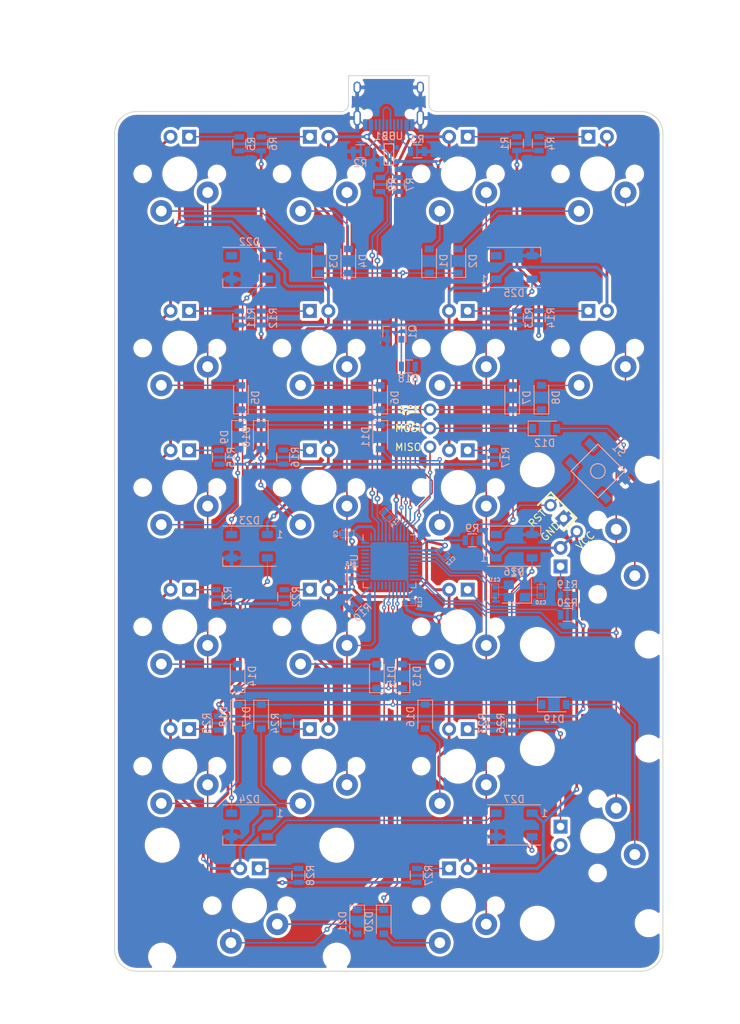
<source format=kicad_pcb>
(kicad_pcb (version 20171130) (host pcbnew "(5.1.5)-3")
  (layers (0 F.Cu signal) (31 B.Cu signal) (34 B.Paste user) (35 F.Paste user) (36 B.SilkS user) (37 F.SilkS user) (38 B.Mask user) (39 F.Mask user hide) (44 Edge.Cuts user))
  (net 0 "")
  (net 1 +5V)
  (net 2 GND)
  (net 3 D-)
  (net 4 D+)
  (net 5 COL0)
  (net 6 COL2)
  (net 7 COL3)
  (net 8 COL1)
  (net 9 "Net-(R2-Pad2)")
  (net 10 "Net-(R7-Pad2)")
  (net 11 "Net-(R8-Pad2)")
  (net 12 "Net-(R9-Pad2)")
  (net 13 "Net-(R10-Pad2)")
  (net 14 "Net-(R3-Pad2)")
  (net 15 "Net-(C10-Pad1)")
  (net 16 "Net-(C11-Pad1)")
  (net 17 "Net-(C14-Pad1)")
  (net 18 /MISO)
  (net 19 ROW0)
  (net 20 "Net-(D1-Pad2)")
  (net 21 "Net-(D2-Pad2)")
  (net 22 "Net-(D3-Pad2)")
  (net 23 "Net-(D4-Pad2)")
  (net 24 ROW1)
  (net 25 "Net-(D5-Pad2)")
  (net 26 "Net-(D6-Pad2)")
  (net 27 "Net-(D7-Pad2)")
  (net 28 "Net-(D8-Pad2)")
  (net 29 ROW2)
  (net 30 "Net-(D9-Pad2)")
  (net 31 "Net-(D10-Pad2)")
  (net 32 "Net-(D11-Pad2)")
  (net 33 "Net-(D12-Pad2)")
  (net 34 ROW3)
  (net 35 "Net-(D13-Pad2)")
  (net 36 "Net-(D14-Pad2)")
  (net 37 "Net-(D15-Pad2)")
  (net 38 ROW4)
  (net 39 "Net-(D16-Pad2)")
  (net 40 "Net-(D17-Pad2)")
  (net 41 "Net-(D18-Pad2)")
  (net 42 "Net-(D19-Pad2)")
  (net 43 ROW5)
  (net 44 "Net-(D20-Pad2)")
  (net 45 "Net-(D21-Pad2)")
  (net 46 "Net-(D22-Pad2)")
  (net 47 "Net-(D23-Pad2)")
  (net 48 "Net-(D24-Pad2)")
  (net 49 "Net-(D25-Pad4)")
  (net 50 "Net-(D26-Pad4)")
  (net 51 LEDGND)
  (net 52 "Net-(Q1-Pad1)")
  (net 53 "Net-(MX2-Pad4)")
  (net 54 "Net-(MX1-Pad4)")
  (net 55 "Net-(MX3-Pad4)")
  (net 56 "Net-(MX4-Pad4)")
  (net 57 "Net-(MX6-Pad4)")
  (net 58 "Net-(MX5-Pad4)")
  (net 59 "Net-(MX7-Pad4)")
  (net 60 "Net-(MX8-Pad4)")
  (net 61 "Net-(MX10-Pad4)")
  (net 62 "Net-(MX9-Pad4)")
  (net 63 "Net-(MX11-Pad4)")
  (net 64 "Net-(MX12-Pad4)")
  (net 65 "Net-(MX13-Pad4)")
  (net 66 "Net-(MX15-Pad4)")
  (net 67 "Net-(MX14-Pad4)")
  (net 68 "Net-(MX17-Pad4)")
  (net 69 "Net-(MX18-Pad4)")
  (net 70 "Net-(MX16-Pad4)")
  (net 71 "Net-(MX19-Pad4)")
  (net 72 "Net-(MX21-Pad4)")
  (net 73 "Net-(MX20-Pad4)")
  (net 74 "Net-(R18-Pad2)")
  (module random-keyboard-parts:D_SOD-123 (layer B.Cu) (at 127.8128 94.4372)
    (fp_text reference D12 (at 0 2) (layer B.SilkS) (effects (justify mirror)))
    (fp_text value D)
    (pad 1 smd rect (at -1.65 0) (size 0.9 1.2) (layers B.Cu B.Paste B.Mask) (net 29 ROW2))
    (pad 2 smd rect (at 1.65 0) (size 0.9 1.2) (layers B.Cu B.Paste B.Mask) (net 33 "Net-(D12-Pad2)"))
  )
  (module MX_Only_v2:MXOnly-1U (layer F.Cu) (at 96.96704 102.50678 180)
    (fp_text reference MX10)
    (fp_text value MX-NoLED)
    (pad "" np_thru_hole circle (at 5.08 0 228.0996) (size 1.75 1.75) (drill 1.75) (layers *.Cu *.Mask))
    (pad "" np_thru_hole circle (at -5.08 0 228.0996) (size 1.75 1.75) (drill 1.75) (layers *.Cu *.Mask))
    (pad 4 thru_hole rect (at 1.27 5.08 180) (size 1.905 1.905) (drill 1.04) (layers *.Cu *.Mask) (net 61 "Net-(MX10-Pad4)"))
    (pad 3 thru_hole circle (at -1.27 5.08 180) (size 1.905 1.905) (drill 1.04) (layers *.Cu *.Mask) (net 1 +5V))
    (pad 1 thru_hole circle (at -3.81 -2.54 180) (size 3 3) (drill 1.47) (layers *.Cu *.Mask) (net 8 COL1))
    (pad "" np_thru_hole circle (at 0 0 180) (size 3.9878 3.9878) (drill 3.9878) (layers *.Cu *.Mask))
    (pad 2 thru_hole circle (at 2.54 -5.08 180) (size 3 3) (drill 1.47) (layers *.Cu *.Mask) (net 31 "Net-(D10-Pad2)"))
  )
  (module MX_Only_v2:MXOnly-1U-FLIPPED (layer F.Cu) (at 116.01704 59.64428 180)
    (fp_text reference MX1)
    (fp_text value MX-NoLED)
    (pad "" np_thru_hole circle (at 5.08 0 228.0996) (size 1.75 1.75) (drill 1.75) (layers *.Cu *.Mask))
    (pad "" np_thru_hole circle (at -5.08 0 228.0996) (size 1.75 1.75) (drill 1.75) (layers *.Cu *.Mask))
    (pad 4 thru_hole rect (at -1.27 5.08 180) (size 1.905 1.905) (drill 1.04) (layers *.Cu *.Mask) (net 54 "Net-(MX1-Pad4)"))
    (pad 3 thru_hole circle (at 1.27 5.08 180) (size 1.905 1.905) (drill 1.04) (layers *.Cu *.Mask) (net 1 +5V))
    (pad 1 thru_hole circle (at -3.81 -2.54 180) (size 3 3) (drill 1.47) (layers *.Cu *.Mask) (net 6 COL2))
    (pad "" np_thru_hole circle (at 0 0 180) (size 3.9878 3.9878) (drill 3.9878) (layers *.Cu *.Mask))
    (pad 2 thru_hole circle (at 2.54 -5.08 180) (size 3 3) (drill 1.47) (layers *.Cu *.Mask) (net 20 "Net-(D1-Pad2)"))
  )
  (module random-keyboard-parts:HRO-TYPE-C-31-M-12-Assembly (layer B.Cu) (at 106.49204 45.21928)
    (fp_text reference USB1 (at 0 9.25) (layer B.SilkS) (effects (justify mirror)))
    (fp_text value HRO-TYPE-C-31-M-12)
    (pad 13 thru_hole oval (at 4.32 2.6) (size 1 1.6) (drill oval 0.6 1.2) (layers *.Cu *.Mask) (net 2 GND))
    (pad 13 thru_hole oval (at -4.32 2.6) (size 1 1.6) (drill oval 0.6 1.2) (layers *.Cu *.Mask) (net 2 GND))
    (pad 13 thru_hole oval (at 4.32 6.78) (size 1 2.1) (drill oval 0.6 1.7) (layers *.Cu *.Mask) (net 2 GND))
    (pad 13 thru_hole oval (at -4.32 6.78) (size 1 2.1) (drill oval 0.6 1.7) (layers *.Cu *.Mask) (net 2 GND))
    (pad "" np_thru_hole circle (at -2.89 6.25) (size 0.65 0.65) (drill 0.65) (layers *.Cu *.Mask))
    (pad "" np_thru_hole circle (at 2.89 6.25) (size 0.65 0.65) (drill 0.65) (layers *.Cu *.Mask))
    (pad 6 smd rect (at -0.25 7.695) (size 0.3 1.45) (layers B.Cu B.Paste B.Mask) (net 10 "Net-(R7-Pad2)"))
    (pad 7 smd rect (at 0.25 7.695) (size 0.3 1.45) (layers B.Cu B.Paste B.Mask) (net 11 "Net-(R8-Pad2)"))
    (pad 8 smd rect (at 0.75 7.695) (size 0.3 1.45) (layers B.Cu B.Paste B.Mask) (net 10 "Net-(R7-Pad2)"))
    (pad 5 smd rect (at -0.75 7.695) (size 0.3 1.45) (layers B.Cu B.Paste B.Mask) (net 11 "Net-(R8-Pad2)"))
    (pad 9 smd rect (at 1.25 7.695) (size 0.3 1.45) (layers B.Cu B.Paste B.Mask))
    (pad 4 smd rect (at -1.25 7.695) (size 0.3 1.45) (layers B.Cu B.Paste B.Mask) (net 9 "Net-(R2-Pad2)"))
    (pad 10 smd rect (at 1.75 7.695) (size 0.3 1.45) (layers B.Cu B.Paste B.Mask) (net 14 "Net-(R3-Pad2)"))
    (pad 3 smd rect (at -1.75 7.695) (size 0.3 1.45) (layers B.Cu B.Paste B.Mask))
    (pad 2 smd rect (at -2.45 7.695) (size 0.6 1.45) (layers B.Cu B.Paste B.Mask) (net 1 +5V))
    (pad 11 smd rect (at 2.45 7.695) (size 0.6 1.45) (layers B.Cu B.Paste B.Mask) (net 1 +5V))
    (pad 1 smd rect (at -3.225 7.695) (size 0.6 1.45) (layers B.Cu B.Paste B.Mask) (net 2 GND))
    (pad 12 smd rect (at 3.225 7.695) (size 0.6 1.45) (layers B.Cu B.Paste B.Mask) (net 2 GND))
  )
  (module MX_Only_v2:MXOnly-1U-FLIPPED (layer F.Cu) (at 116.01704 121.55678 180)
    (fp_text reference MX15)
    (fp_text value MX-NoLED)
    (pad "" np_thru_hole circle (at 5.08 0 228.0996) (size 1.75 1.75) (drill 1.75) (layers *.Cu *.Mask))
    (pad "" np_thru_hole circle (at -5.08 0 228.0996) (size 1.75 1.75) (drill 1.75) (layers *.Cu *.Mask))
    (pad 4 thru_hole rect (at -1.27 5.08 180) (size 1.905 1.905) (drill 1.04) (layers *.Cu *.Mask) (net 66 "Net-(MX15-Pad4)"))
    (pad 3 thru_hole circle (at 1.27 5.08 180) (size 1.905 1.905) (drill 1.04) (layers *.Cu *.Mask) (net 1 +5V))
    (pad 1 thru_hole circle (at -3.81 -2.54 180) (size 3 3) (drill 1.47) (layers *.Cu *.Mask) (net 6 COL2))
    (pad "" np_thru_hole circle (at 0 0 180) (size 3.9878 3.9878) (drill 3.9878) (layers *.Cu *.Mask))
    (pad 2 thru_hole circle (at 2.54 -5.08 180) (size 3 3) (drill 1.47) (layers *.Cu *.Mask) (net 35 "Net-(D13-Pad2)"))
  )
  (module random-keyboard-parts:Reset_Pretty (layer F.Cu) (at 112.141 94.4118)
    (fp_text reference U1)
    (fp_text value STF202-22T1G)
    (fp_text user MISO (at -2.98 2.58 180) (layer F.SilkS))
    (fp_text user SCK (at -2.73 -2.54 180) (layer F.SilkS))
    (fp_text user MOSI (at -2.98 0) (layer F.SilkS))
    (pad 4 thru_hole circle (at 0 0 180) (size 1.7 1.7) (drill 1) (layers *.Cu *.Mask) (net 29 ROW2))
    (pad 3 thru_hole circle (at 0 -2.54) (size 1.7 1.7) (drill 1) (layers *.Cu *.Mask) (net 24 ROW1))
    (pad 1 thru_hole circle (at 0 2.54) (size 1.7 1.7) (drill 1) (layers *.Cu *.Mask) (net 18 /MISO))
  )
  (module random-keyboard-parts:Reset_Pretty (layer F.Cu) (at 129.5146 107.62996 45)
    (fp_text reference U3)
    (fp_text value STF202-22T1G)
    (fp_text user GND (at -1.27 0 45) (layer F.SilkS))
    (fp_text user RST (at -1.27 -2.54 45) (layer F.SilkS))
    (fp_text user VCC (at 1.235683 4.260234 225) (layer F.SilkS))
    (pad 2 thru_hole circle (at 1.27 2.54 315) (size 1.7 1.7) (drill 1) (layers *.Cu *.Mask) (net 1 +5V))
    (pad 5 thru_hole circle (at 1.27 -2.54 315) (size 1.7 1.7) (drill 1) (layers *.Cu *.Mask) (net 12 "Net-(R9-Pad2)"))
    (pad 6 thru_hole rect (at 1.27 0 315) (size 1.7 1.7) (drill 1) (layers *.Cu *.Mask) (net 2 GND))
  )
  (module LED_SMD:LED_WS2812B_PLCC4_5.0x5.0mm_P3.2mm (layer B.Cu) (at 123.63704 110.53178)
    (fp_text reference D26 (at 0 3.5) (layer B.SilkS) (effects (justify mirror)))
    (fp_text value WS2812B)
    (fp_text user 1 (at -4.15 1.6) (layer B.SilkS) (effects (justify mirror)))
    (pad 1 smd rect (at -2.45 1.6) (size 1.5 1) (layers B.Cu B.Paste B.Mask) (net 1 +5V))
    (pad 2 smd rect (at -2.45 -1.6) (size 1.5 1) (layers B.Cu B.Paste B.Mask) (net 49 "Net-(D25-Pad4)"))
    (pad 4 smd rect (at 2.45 1.6) (size 1.5 1) (layers B.Cu B.Paste B.Mask) (net 50 "Net-(D26-Pad4)"))
    (pad 3 smd rect (at 2.45 -1.6) (size 1.5 1) (layers B.Cu B.Paste B.Mask) (net 2 GND))
  )
  (module random-keyboard-parts:SKQG-1155865 (layer B.Cu) (at 135.09752 100.25888 315)
    (fp_text reference S1 (at 0 -4.064 315) (layer B.SilkS) (effects (justify mirror)))
    (fp_text value SW)
    (pad 4 smd rect (at -3.1 -1.85 315) (size 1.8 1.1) (layers B.Cu B.Paste B.Mask))
    (pad 3 smd rect (at 3.1 1.85 315) (size 1.8 1.1) (layers B.Cu B.Paste B.Mask))
    (pad 2 smd rect (at -3.1 1.85 315) (size 1.8 1.1) (layers B.Cu B.Paste B.Mask) (net 12 "Net-(R9-Pad2)"))
    (pad 1 smd rect (at 3.1 -1.85 315) (size 1.8 1.1) (layers B.Cu B.Paste B.Mask) (net 2 GND))
  )
  (module random-keyboard-parts:R_0805 (layer B.Cu) (at 109.17428 85.96376)
    (fp_text reference R18 (at 0 1.65) (layer B.SilkS) (effects (justify mirror)))
    (fp_text value 1k)
    (pad 1 smd rect (at -0.95 0) (size 0.7 1.3) (layers B.Cu B.Paste B.Mask) (net 52 "Net-(Q1-Pad1)"))
    (pad 2 smd rect (at 0.95 0) (size 0.7 1.3) (layers B.Cu B.Paste B.Mask) (net 74 "Net-(R18-Pad2)"))
  )
  (module Package_TO_SOT_SMD:SOT-23 (layer B.Cu) (at 107.2642 81.2546 90)
    (fp_text reference Q1 (at 0 2.5 90) (layer B.SilkS) (effects (justify mirror)))
    (fp_text value 2N7002)
    (pad 3 smd rect (at 1 0 90) (size 0.9 0.8) (layers B.Cu B.Paste B.Mask) (net 51 LEDGND))
    (pad 2 smd rect (at -1 -0.95 90) (size 0.9 0.8) (layers B.Cu B.Paste B.Mask) (net 2 GND))
    (pad 1 smd rect (at -1 0.95 90) (size 0.9 0.8) (layers B.Cu B.Paste B.Mask) (net 52 "Net-(Q1-Pad1)"))
  )
  (module MX_Only_v2:MXOnly-2U-FLIPPED (layer F.Cu) (at 135.06704 150.13178 270)
    (fp_text reference MX19)
    (fp_text value MX-NoLED)
    (pad "" np_thru_hole circle (at 11.938 8.255 270) (size 3.9878 3.9878) (drill 3.9878) (layers *.Cu *.Mask))
    (pad "" np_thru_hole circle (at -11.938 8.255 270) (size 3.9878 3.9878) (drill 3.9878) (layers *.Cu *.Mask))
    (pad "" np_thru_hole circle (at 11.938 -6.985 270) (size 3.048 3.048) (drill 3.048) (layers *.Cu *.Mask))
    (pad "" np_thru_hole circle (at -11.938 -6.985 270) (size 3.048 3.048) (drill 3.048) (layers *.Cu *.Mask))
    (pad "" np_thru_hole circle (at 5.08 0 318.0996) (size 1.75 1.75) (drill 1.75) (layers *.Cu *.Mask))
    (pad "" np_thru_hole circle (at -5.08 0 318.0996) (size 1.75 1.75) (drill 1.75) (layers *.Cu *.Mask))
    (pad 4 thru_hole rect (at -1.27 5.08 270) (size 1.905 1.905) (drill 1.04) (layers *.Cu *.Mask) (net 71 "Net-(MX19-Pad4)"))
    (pad 3 thru_hole circle (at 1.27 5.08 270) (size 1.905 1.905) (drill 1.04) (layers *.Cu *.Mask) (net 1 +5V))
    (pad 1 thru_hole circle (at -3.81 -2.54 270) (size 3 3) (drill 1.47) (layers *.Cu *.Mask) (net 7 COL3))
    (pad "" np_thru_hole circle (at 0 0 270) (size 3.9878 3.9878) (drill 3.9878) (layers *.Cu *.Mask))
    (pad 2 thru_hole circle (at 2.54 -5.08 270) (size 3 3) (drill 1.47) (layers *.Cu *.Mask) (net 42 "Net-(D19-Pad2)"))
  )
  (module MX_Only_v2:MXOnly-1U-FLIPPED (layer F.Cu) (at 116.01704 102.50678 180)
    (fp_text reference MX11)
    (fp_text value MX-NoLED)
    (pad "" np_thru_hole circle (at 5.08 0 228.0996) (size 1.75 1.75) (drill 1.75) (layers *.Cu *.Mask))
    (pad "" np_thru_hole circle (at -5.08 0 228.0996) (size 1.75 1.75) (drill 1.75) (layers *.Cu *.Mask))
    (pad 4 thru_hole rect (at -1.27 5.08 180) (size 1.905 1.905) (drill 1.04) (layers *.Cu *.Mask) (net 63 "Net-(MX11-Pad4)"))
    (pad 3 thru_hole circle (at 1.27 5.08 180) (size 1.905 1.905) (drill 1.04) (layers *.Cu *.Mask) (net 1 +5V))
    (pad 1 thru_hole circle (at -3.81 -2.54 180) (size 3 3) (drill 1.47) (layers *.Cu *.Mask) (net 6 COL2))
    (pad "" np_thru_hole circle (at 0 0 180) (size 3.9878 3.9878) (drill 3.9878) (layers *.Cu *.Mask))
    (pad 2 thru_hole circle (at 2.54 -5.08 180) (size 3 3) (drill 1.47) (layers *.Cu *.Mask) (net 32 "Net-(D11-Pad2)"))
  )
  (module MX_Only_v2:MXOnly-2U-FLIPPED (layer F.Cu) (at 87.44204 159.65678 180)
    (fp_text reference MX21)
    (fp_text value MX-NoLED)
    (pad "" np_thru_hole circle (at 11.938 8.255 180) (size 3.9878 3.9878) (drill 3.9878) (layers *.Cu *.Mask))
    (pad "" np_thru_hole circle (at -11.938 8.255 180) (size 3.9878 3.9878) (drill 3.9878) (layers *.Cu *.Mask))
    (pad "" np_thru_hole circle (at 11.938 -6.985 180) (size 3.048 3.048) (drill 3.048) (layers *.Cu *.Mask))
    (pad "" np_thru_hole circle (at -11.938 -6.985 180) (size 3.048 3.048) (drill 3.048) (layers *.Cu *.Mask))
    (pad "" np_thru_hole circle (at 5.08 0 228.0996) (size 1.75 1.75) (drill 1.75) (layers *.Cu *.Mask))
    (pad "" np_thru_hole circle (at -5.08 0 228.0996) (size 1.75 1.75) (drill 1.75) (layers *.Cu *.Mask))
    (pad 4 thru_hole rect (at -1.27 5.08 180) (size 1.905 1.905) (drill 1.04) (layers *.Cu *.Mask) (net 72 "Net-(MX21-Pad4)"))
    (pad 3 thru_hole circle (at 1.27 5.08 180) (size 1.905 1.905) (drill 1.04) (layers *.Cu *.Mask) (net 1 +5V))
    (pad 1 thru_hole circle (at -3.81 -2.54 180) (size 3 3) (drill 1.47) (layers *.Cu *.Mask) (net 45 "Net-(D21-Pad2)"))
    (pad "" np_thru_hole circle (at 0 0 180) (size 3.9878 3.9878) (drill 3.9878) (layers *.Cu *.Mask))
    (pad 2 thru_hole circle (at 2.54 -5.08 180) (size 3 3) (drill 1.47) (layers *.Cu *.Mask) (net 5 COL0))
  )
  (module MX_Only_v2:MXOnly-1U-FLIPPED (layer F.Cu) (at 116.01704 140.60678 180)
    (fp_text reference MX18)
    (fp_text value MX-NoLED)
    (pad "" np_thru_hole circle (at 5.08 0 228.0996) (size 1.75 1.75) (drill 1.75) (layers *.Cu *.Mask))
    (pad "" np_thru_hole circle (at -5.08 0 228.0996) (size 1.75 1.75) (drill 1.75) (layers *.Cu *.Mask))
    (pad 4 thru_hole rect (at -1.27 5.08 180) (size 1.905 1.905) (drill 1.04) (layers *.Cu *.Mask) (net 69 "Net-(MX18-Pad4)"))
    (pad 3 thru_hole circle (at 1.27 5.08 180) (size 1.905 1.905) (drill 1.04) (layers *.Cu *.Mask) (net 1 +5V))
    (pad 1 thru_hole circle (at -3.81 -2.54 180) (size 3 3) (drill 1.47) (layers *.Cu *.Mask) (net 6 COL2))
    (pad "" np_thru_hole circle (at 0 0 180) (size 3.9878 3.9878) (drill 3.9878) (layers *.Cu *.Mask))
    (pad 2 thru_hole circle (at 2.54 -5.08 180) (size 3 3) (drill 1.47) (layers *.Cu *.Mask) (net 39 "Net-(D16-Pad2)"))
  )
  (module MX_Only_v2:MXOnly-1U-FLIPPED (layer F.Cu) (at 77.91704 140.60678 180)
    (fp_text reference MX16)
    (fp_text value MX-NoLED)
    (pad "" np_thru_hole circle (at 5.08 0 228.0996) (size 1.75 1.75) (drill 1.75) (layers *.Cu *.Mask))
    (pad "" np_thru_hole circle (at -5.08 0 228.0996) (size 1.75 1.75) (drill 1.75) (layers *.Cu *.Mask))
    (pad 4 thru_hole rect (at -1.27 5.08 180) (size 1.905 1.905) (drill 1.04) (layers *.Cu *.Mask) (net 70 "Net-(MX16-Pad4)"))
    (pad 3 thru_hole circle (at 1.27 5.08 180) (size 1.905 1.905) (drill 1.04) (layers *.Cu *.Mask) (net 1 +5V))
    (pad 1 thru_hole circle (at -3.81 -2.54 180) (size 3 3) (drill 1.47) (layers *.Cu *.Mask) (net 5 COL0))
    (pad "" np_thru_hole circle (at 0 0 180) (size 3.9878 3.9878) (drill 3.9878) (layers *.Cu *.Mask))
    (pad 2 thru_hole circle (at 2.54 -5.08 180) (size 3 3) (drill 1.47) (layers *.Cu *.Mask) (net 41 "Net-(D18-Pad2)"))
  )
  (module MX_Only_v2:MXOnly-1U-FLIPPED (layer F.Cu) (at 77.91704 121.55678 180)
    (fp_text reference MX13)
    (fp_text value MX-NoLED)
    (pad "" np_thru_hole circle (at 5.08 0 228.0996) (size 1.75 1.75) (drill 1.75) (layers *.Cu *.Mask))
    (pad "" np_thru_hole circle (at -5.08 0 228.0996) (size 1.75 1.75) (drill 1.75) (layers *.Cu *.Mask))
    (pad 4 thru_hole rect (at -1.27 5.08 180) (size 1.905 1.905) (drill 1.04) (layers *.Cu *.Mask) (net 65 "Net-(MX13-Pad4)"))
    (pad 3 thru_hole circle (at 1.27 5.08 180) (size 1.905 1.905) (drill 1.04) (layers *.Cu *.Mask) (net 1 +5V))
    (pad 1 thru_hole circle (at -3.81 -2.54 180) (size 3 3) (drill 1.47) (layers *.Cu *.Mask) (net 5 COL0))
    (pad "" np_thru_hole circle (at 0 0 180) (size 3.9878 3.9878) (drill 3.9878) (layers *.Cu *.Mask))
    (pad 2 thru_hole circle (at 2.54 -5.08 180) (size 3 3) (drill 1.47) (layers *.Cu *.Mask) (net 36 "Net-(D14-Pad2)"))
  )
  (module MX_Only_v2:MXOnly-1U-FLIPPED (layer F.Cu) (at 77.91704 102.50678 180)
    (fp_text reference MX9)
    (fp_text value MX-NoLED)
    (pad "" np_thru_hole circle (at 5.08 0 228.0996) (size 1.75 1.75) (drill 1.75) (layers *.Cu *.Mask))
    (pad "" np_thru_hole circle (at -5.08 0 228.0996) (size 1.75 1.75) (drill 1.75) (layers *.Cu *.Mask))
    (pad 4 thru_hole rect (at -1.27 5.08 180) (size 1.905 1.905) (drill 1.04) (layers *.Cu *.Mask) (net 62 "Net-(MX9-Pad4)"))
    (pad 3 thru_hole circle (at 1.27 5.08 180) (size 1.905 1.905) (drill 1.04) (layers *.Cu *.Mask) (net 1 +5V))
    (pad 1 thru_hole circle (at -3.81 -2.54 180) (size 3 3) (drill 1.47) (layers *.Cu *.Mask) (net 5 COL0))
    (pad "" np_thru_hole circle (at 0 0 180) (size 3.9878 3.9878) (drill 3.9878) (layers *.Cu *.Mask))
    (pad 2 thru_hole circle (at 2.54 -5.08 180) (size 3 3) (drill 1.47) (layers *.Cu *.Mask) (net 30 "Net-(D9-Pad2)"))
  )
  (module MX_Only_v2:MXOnly-1U-FLIPPED (layer F.Cu) (at 116.01704 83.45678 180)
    (fp_text reference MX7)
    (fp_text value MX-NoLED)
    (pad "" np_thru_hole circle (at 5.08 0 228.0996) (size 1.75 1.75) (drill 1.75) (layers *.Cu *.Mask))
    (pad "" np_thru_hole circle (at -5.08 0 228.0996) (size 1.75 1.75) (drill 1.75) (layers *.Cu *.Mask))
    (pad 4 thru_hole rect (at -1.27 5.08 180) (size 1.905 1.905) (drill 1.04) (layers *.Cu *.Mask) (net 59 "Net-(MX7-Pad4)"))
    (pad 3 thru_hole circle (at 1.27 5.08 180) (size 1.905 1.905) (drill 1.04) (layers *.Cu *.Mask) (net 1 +5V))
    (pad 1 thru_hole circle (at -3.81 -2.54 180) (size 3 3) (drill 1.47) (layers *.Cu *.Mask) (net 6 COL2))
    (pad "" np_thru_hole circle (at 0 0 180) (size 3.9878 3.9878) (drill 3.9878) (layers *.Cu *.Mask))
    (pad 2 thru_hole circle (at 2.54 -5.08 180) (size 3 3) (drill 1.47) (layers *.Cu *.Mask) (net 27 "Net-(D7-Pad2)"))
  )
  (module MX_Only_v2:MXOnly-1U-FLIPPED (layer F.Cu) (at 77.91704 83.45678 180)
    (fp_text reference MX5)
    (fp_text value MX-NoLED)
    (pad "" np_thru_hole circle (at 5.08 0 228.0996) (size 1.75 1.75) (drill 1.75) (layers *.Cu *.Mask))
    (pad "" np_thru_hole circle (at -5.08 0 228.0996) (size 1.75 1.75) (drill 1.75) (layers *.Cu *.Mask))
    (pad 4 thru_hole rect (at -1.27 5.08 180) (size 1.905 1.905) (drill 1.04) (layers *.Cu *.Mask) (net 58 "Net-(MX5-Pad4)"))
    (pad 3 thru_hole circle (at 1.27 5.08 180) (size 1.905 1.905) (drill 1.04) (layers *.Cu *.Mask) (net 1 +5V))
    (pad 1 thru_hole circle (at -3.81 -2.54 180) (size 3 3) (drill 1.47) (layers *.Cu *.Mask) (net 5 COL0))
    (pad "" np_thru_hole circle (at 0 0 180) (size 3.9878 3.9878) (drill 3.9878) (layers *.Cu *.Mask))
    (pad 2 thru_hole circle (at 2.54 -5.08 180) (size 3 3) (drill 1.47) (layers *.Cu *.Mask) (net 25 "Net-(D5-Pad2)"))
  )
  (module MX_Only_v2:MXOnly-1U-FLIPPED (layer F.Cu) (at 77.91704 59.64428 180)
    (fp_text reference MX3)
    (fp_text value MX-NoLED)
    (pad "" np_thru_hole circle (at 5.08 0 228.0996) (size 1.75 1.75) (drill 1.75) (layers *.Cu *.Mask))
    (pad "" np_thru_hole circle (at -5.08 0 228.0996) (size 1.75 1.75) (drill 1.75) (layers *.Cu *.Mask))
    (pad 4 thru_hole rect (at -1.27 5.08 180) (size 1.905 1.905) (drill 1.04) (layers *.Cu *.Mask) (net 55 "Net-(MX3-Pad4)"))
    (pad 3 thru_hole circle (at 1.27 5.08 180) (size 1.905 1.905) (drill 1.04) (layers *.Cu *.Mask) (net 1 +5V))
    (pad 1 thru_hole circle (at -3.81 -2.54 180) (size 3 3) (drill 1.47) (layers *.Cu *.Mask) (net 5 COL0))
    (pad "" np_thru_hole circle (at 0 0 180) (size 3.9878 3.9878) (drill 3.9878) (layers *.Cu *.Mask))
    (pad 2 thru_hole circle (at 2.54 -5.08 180) (size 3 3) (drill 1.47) (layers *.Cu *.Mask) (net 22 "Net-(D3-Pad2)"))
  )
  (module MX_Only_v2:MXOnly-1U (layer F.Cu) (at 116.01704 159.65678 180)
    (fp_text reference MX20)
    (fp_text value MX-NoLED)
    (pad "" np_thru_hole circle (at 5.08 0 228.0996) (size 1.75 1.75) (drill 1.75) (layers *.Cu *.Mask))
    (pad "" np_thru_hole circle (at -5.08 0 228.0996) (size 1.75 1.75) (drill 1.75) (layers *.Cu *.Mask))
    (pad 4 thru_hole rect (at 1.27 5.08 180) (size 1.905 1.905) (drill 1.04) (layers *.Cu *.Mask) (net 73 "Net-(MX20-Pad4)"))
    (pad 3 thru_hole circle (at -1.27 5.08 180) (size 1.905 1.905) (drill 1.04) (layers *.Cu *.Mask) (net 1 +5V))
    (pad 1 thru_hole circle (at -3.81 -2.54 180) (size 3 3) (drill 1.47) (layers *.Cu *.Mask) (net 6 COL2))
    (pad "" np_thru_hole circle (at 0 0 180) (size 3.9878 3.9878) (drill 3.9878) (layers *.Cu *.Mask))
    (pad 2 thru_hole circle (at 2.54 -5.08 180) (size 3 3) (drill 1.47) (layers *.Cu *.Mask) (net 44 "Net-(D20-Pad2)"))
  )
  (module MX_Only_v2:MXOnly-1U (layer F.Cu) (at 96.96704 140.60678 180)
    (fp_text reference MX17)
    (fp_text value MX-NoLED)
    (pad "" np_thru_hole circle (at 5.08 0 228.0996) (size 1.75 1.75) (drill 1.75) (layers *.Cu *.Mask))
    (pad "" np_thru_hole circle (at -5.08 0 228.0996) (size 1.75 1.75) (drill 1.75) (layers *.Cu *.Mask))
    (pad 4 thru_hole rect (at 1.27 5.08 180) (size 1.905 1.905) (drill 1.04) (layers *.Cu *.Mask) (net 68 "Net-(MX17-Pad4)"))
    (pad 3 thru_hole circle (at -1.27 5.08 180) (size 1.905 1.905) (drill 1.04) (layers *.Cu *.Mask) (net 1 +5V))
    (pad 1 thru_hole circle (at -3.81 -2.54 180) (size 3 3) (drill 1.47) (layers *.Cu *.Mask) (net 8 COL1))
    (pad "" np_thru_hole circle (at 0 0 180) (size 3.9878 3.9878) (drill 3.9878) (layers *.Cu *.Mask))
    (pad 2 thru_hole circle (at 2.54 -5.08 180) (size 3 3) (drill 1.47) (layers *.Cu *.Mask) (net 40 "Net-(D17-Pad2)"))
  )
  (module MX_Only_v2:MXOnly-1U (layer F.Cu) (at 96.96704 121.55678 180)
    (fp_text reference MX14)
    (fp_text value MX-NoLED)
    (pad "" np_thru_hole circle (at 5.08 0 228.0996) (size 1.75 1.75) (drill 1.75) (layers *.Cu *.Mask))
    (pad "" np_thru_hole circle (at -5.08 0 228.0996) (size 1.75 1.75) (drill 1.75) (layers *.Cu *.Mask))
    (pad 4 thru_hole rect (at 1.27 5.08 180) (size 1.905 1.905) (drill 1.04) (layers *.Cu *.Mask) (net 67 "Net-(MX14-Pad4)"))
    (pad 3 thru_hole circle (at -1.27 5.08 180) (size 1.905 1.905) (drill 1.04) (layers *.Cu *.Mask) (net 1 +5V))
    (pad 1 thru_hole circle (at -3.81 -2.54 180) (size 3 3) (drill 1.47) (layers *.Cu *.Mask) (net 8 COL1))
    (pad "" np_thru_hole circle (at 0 0 180) (size 3.9878 3.9878) (drill 3.9878) (layers *.Cu *.Mask))
    (pad 2 thru_hole circle (at 2.54 -5.08 180) (size 3 3) (drill 1.47) (layers *.Cu *.Mask) (net 37 "Net-(D15-Pad2)"))
  )
  (module MX_Only_v2:MXOnly-2U (layer F.Cu) (at 135.06704 112.03178 270)
    (fp_text reference MX12)
    (fp_text value MX-NoLED)
    (pad "" np_thru_hole circle (at 11.938 8.255 270) (size 3.9878 3.9878) (drill 3.9878) (layers *.Cu *.Mask))
    (pad "" np_thru_hole circle (at -11.938 8.255 270) (size 3.9878 3.9878) (drill 3.9878) (layers *.Cu *.Mask))
    (pad "" np_thru_hole circle (at 11.938 -6.985 270) (size 3.048 3.048) (drill 3.048) (layers *.Cu *.Mask))
    (pad "" np_thru_hole circle (at -11.938 -6.985 270) (size 3.048 3.048) (drill 3.048) (layers *.Cu *.Mask))
    (pad "" np_thru_hole circle (at 5.08 0 318.0996) (size 1.75 1.75) (drill 1.75) (layers *.Cu *.Mask))
    (pad "" np_thru_hole circle (at -5.08 0 318.0996) (size 1.75 1.75) (drill 1.75) (layers *.Cu *.Mask))
    (pad 4 thru_hole rect (at 1.27 5.08 270) (size 1.905 1.905) (drill 1.04) (layers *.Cu *.Mask) (net 64 "Net-(MX12-Pad4)"))
    (pad 3 thru_hole circle (at -1.27 5.08 270) (size 1.905 1.905) (drill 1.04) (layers *.Cu *.Mask) (net 1 +5V))
    (pad 1 thru_hole circle (at -3.81 -2.54 270) (size 3 3) (drill 1.47) (layers *.Cu *.Mask) (net 7 COL3))
    (pad "" np_thru_hole circle (at 0 0 270) (size 3.9878 3.9878) (drill 3.9878) (layers *.Cu *.Mask))
    (pad 2 thru_hole circle (at 2.54 -5.08 270) (size 3 3) (drill 1.47) (layers *.Cu *.Mask) (net 33 "Net-(D12-Pad2)"))
  )
  (module MX_Only_v2:MXOnly-1U (layer F.Cu) (at 135.06704 83.45678 180)
    (fp_text reference MX8)
    (fp_text value MX-NoLED)
    (pad "" np_thru_hole circle (at 5.08 0 228.0996) (size 1.75 1.75) (drill 1.75) (layers *.Cu *.Mask))
    (pad "" np_thru_hole circle (at -5.08 0 228.0996) (size 1.75 1.75) (drill 1.75) (layers *.Cu *.Mask))
    (pad 4 thru_hole rect (at 1.27 5.08 180) (size 1.905 1.905) (drill 1.04) (layers *.Cu *.Mask) (net 60 "Net-(MX8-Pad4)"))
    (pad 3 thru_hole circle (at -1.27 5.08 180) (size 1.905 1.905) (drill 1.04) (layers *.Cu *.Mask) (net 1 +5V))
    (pad 1 thru_hole circle (at -3.81 -2.54 180) (size 3 3) (drill 1.47) (layers *.Cu *.Mask) (net 7 COL3))
    (pad "" np_thru_hole circle (at 0 0 180) (size 3.9878 3.9878) (drill 3.9878) (layers *.Cu *.Mask))
    (pad 2 thru_hole circle (at 2.54 -5.08 180) (size 3 3) (drill 1.47) (layers *.Cu *.Mask) (net 28 "Net-(D8-Pad2)"))
  )
  (module MX_Only_v2:MXOnly-1U (layer F.Cu) (at 96.96704 83.45678 180)
    (fp_text reference MX6)
    (fp_text value MX-NoLED)
    (pad "" np_thru_hole circle (at 5.08 0 228.0996) (size 1.75 1.75) (drill 1.75) (layers *.Cu *.Mask))
    (pad "" np_thru_hole circle (at -5.08 0 228.0996) (size 1.75 1.75) (drill 1.75) (layers *.Cu *.Mask))
    (pad 4 thru_hole rect (at 1.27 5.08 180) (size 1.905 1.905) (drill 1.04) (layers *.Cu *.Mask) (net 57 "Net-(MX6-Pad4)"))
    (pad 3 thru_hole circle (at -1.27 5.08 180) (size 1.905 1.905) (drill 1.04) (layers *.Cu *.Mask) (net 1 +5V))
    (pad 1 thru_hole circle (at -3.81 -2.54 180) (size 3 3) (drill 1.47) (layers *.Cu *.Mask) (net 8 COL1))
    (pad "" np_thru_hole circle (at 0 0 180) (size 3.9878 3.9878) (drill 3.9878) (layers *.Cu *.Mask))
    (pad 2 thru_hole circle (at 2.54 -5.08 180) (size 3 3) (drill 1.47) (layers *.Cu *.Mask) (net 26 "Net-(D6-Pad2)"))
  )
  (module MX_Only_v2:MXOnly-1U (layer F.Cu) (at 96.96704 59.64428 180)
    (fp_text reference MX4)
    (fp_text value MX-NoLED)
    (pad "" np_thru_hole circle (at 5.08 0 228.0996) (size 1.75 1.75) (drill 1.75) (layers *.Cu *.Mask))
    (pad "" np_thru_hole circle (at -5.08 0 228.0996) (size 1.75 1.75) (drill 1.75) (layers *.Cu *.Mask))
    (pad 4 thru_hole rect (at 1.27 5.08 180) (size 1.905 1.905) (drill 1.04) (layers *.Cu *.Mask) (net 56 "Net-(MX4-Pad4)"))
    (pad 3 thru_hole circle (at -1.27 5.08 180) (size 1.905 1.905) (drill 1.04) (layers *.Cu *.Mask) (net 1 +5V))
    (pad 1 thru_hole circle (at -3.81 -2.54 180) (size 3 3) (drill 1.47) (layers *.Cu *.Mask) (net 8 COL1))
    (pad "" np_thru_hole circle (at 0 0 180) (size 3.9878 3.9878) (drill 3.9878) (layers *.Cu *.Mask))
    (pad 2 thru_hole circle (at 2.54 -5.08 180) (size 3 3) (drill 1.47) (layers *.Cu *.Mask) (net 23 "Net-(D4-Pad2)"))
  )
  (module MX_Only_v2:MXOnly-1U (layer F.Cu) (at 135.06704 59.64428 180)
    (fp_text reference MX2)
    (fp_text value MX-NoLED)
    (pad "" np_thru_hole circle (at 5.08 0 228.0996) (size 1.75 1.75) (drill 1.75) (layers *.Cu *.Mask))
    (pad "" np_thru_hole circle (at -5.08 0 228.0996) (size 1.75 1.75) (drill 1.75) (layers *.Cu *.Mask))
    (pad 4 thru_hole rect (at 1.27 5.08 180) (size 1.905 1.905) (drill 1.04) (layers *.Cu *.Mask) (net 53 "Net-(MX2-Pad4)"))
    (pad 3 thru_hole circle (at -1.27 5.08 180) (size 1.905 1.905) (drill 1.04) (layers *.Cu *.Mask) (net 1 +5V))
    (pad 1 thru_hole circle (at -3.81 -2.54 180) (size 3 3) (drill 1.47) (layers *.Cu *.Mask) (net 7 COL3))
    (pad "" np_thru_hole circle (at 0 0 180) (size 3.9878 3.9878) (drill 3.9878) (layers *.Cu *.Mask))
    (pad 2 thru_hole circle (at 2.54 -5.08 180) (size 3 3) (drill 1.47) (layers *.Cu *.Mask) (net 21 "Net-(D2-Pad2)"))
  )
  (module random-keyboard-parts:SOT143B (layer B.Cu) (at 106.5149 56.98236)
    (fp_text reference U2 (at 0 -2.45) (layer B.SilkS) (effects (justify mirror)))
    (fp_text value PRTR5V0U2X)
    (pad 1 smd rect (at -1 0.75 90) (size 1 0.7) (layers B.Cu B.Paste B.Mask) (net 2 GND))
    (pad 4 smd rect (at 1 0.95 90) (size 0.6 0.7) (layers B.Cu B.Paste B.Mask) (net 1 +5V))
    (pad 2 smd rect (at -1 -0.95 90) (size 0.6 0.7) (layers B.Cu B.Paste B.Mask) (net 11 "Net-(R8-Pad2)"))
    (pad 3 smd rect (at 1 -0.95 90) (size 0.6 0.7) (layers B.Cu B.Paste B.Mask) (net 10 "Net-(R7-Pad2)"))
  )
  (module random-keyboard-parts:R_0805 (layer B.Cu) (at 94.13494 155.52928 90)
    (fp_text reference R28 (at 0 1.65 90) (layer B.SilkS) (effects (justify mirror)))
    (fp_text value 1k)
    (pad 1 smd rect (at -0.95 0 90) (size 0.7 1.3) (layers B.Cu B.Paste B.Mask) (net 51 LEDGND))
    (pad 2 smd rect (at 0.95 0 90) (size 0.7 1.3) (layers B.Cu B.Paste B.Mask) (net 72 "Net-(MX21-Pad4)"))
  )
  (module random-keyboard-parts:R_0805 (layer B.Cu) (at 110.32744 155.52928 90)
    (fp_text reference R27 (at 0 1.65 90) (layer B.SilkS) (effects (justify mirror)))
    (fp_text value 1k)
    (pad 1 smd rect (at -0.95 0 90) (size 0.7 1.3) (layers B.Cu B.Paste B.Mask) (net 51 LEDGND))
    (pad 2 smd rect (at 0.95 0 90) (size 0.7 1.3) (layers B.Cu B.Paste B.Mask) (net 73 "Net-(MX20-Pad4)"))
  )
  (module random-keyboard-parts:R_0805 (layer B.Cu) (at 123.48528 134.7216 270)
    (fp_text reference R26 (at 0 1.65 90) (layer B.SilkS) (effects (justify mirror)))
    (fp_text value 1k)
    (pad 1 smd rect (at -0.95 0 270) (size 0.7 1.3) (layers B.Cu B.Paste B.Mask) (net 51 LEDGND))
    (pad 2 smd rect (at 0.95 0 270) (size 0.7 1.3) (layers B.Cu B.Paste B.Mask) (net 71 "Net-(MX19-Pad4)"))
  )
  (module random-keyboard-parts:R_0805 (layer B.Cu) (at 83.24088 134.71652 270)
    (fp_text reference R25 (at 0 1.65 90) (layer B.SilkS) (effects (justify mirror)))
    (fp_text value 1k)
    (pad 1 smd rect (at -0.95 0 270) (size 0.7 1.3) (layers B.Cu B.Paste B.Mask) (net 51 LEDGND))
    (pad 2 smd rect (at 0.95 0 270) (size 0.7 1.3) (layers B.Cu B.Paste B.Mask) (net 70 "Net-(MX16-Pad4)"))
  )
  (module random-keyboard-parts:R_0805 (layer B.Cu) (at 92.61348 134.73176 270)
    (fp_text reference R24 (at 0 1.65 90) (layer B.SilkS) (effects (justify mirror)))
    (fp_text value 1k)
    (pad 1 smd rect (at -0.95 0 270) (size 0.7 1.3) (layers B.Cu B.Paste B.Mask) (net 51 LEDGND))
    (pad 2 smd rect (at 0.95 0 270) (size 0.7 1.3) (layers B.Cu B.Paste B.Mask) (net 68 "Net-(MX17-Pad4)"))
  )
  (module random-keyboard-parts:R_0805 (layer B.Cu) (at 120.98528 134.7216 270)
    (fp_text reference R23 (at 0 1.65 90) (layer B.SilkS) (effects (justify mirror)))
    (fp_text value 1k)
    (pad 1 smd rect (at -0.95 0 270) (size 0.7 1.3) (layers B.Cu B.Paste B.Mask) (net 51 LEDGND))
    (pad 2 smd rect (at 0.95 0 270) (size 0.7 1.3) (layers B.Cu B.Paste B.Mask) (net 69 "Net-(MX18-Pad4)"))
  )
  (module random-keyboard-parts:R_0805 (layer B.Cu) (at 92.19184 117.42928 90)
    (fp_text reference R22 (at 0 1.65 90) (layer B.SilkS) (effects (justify mirror)))
    (fp_text value 1k)
    (pad 1 smd rect (at -0.95 0 90) (size 0.7 1.3) (layers B.Cu B.Paste B.Mask) (net 51 LEDGND))
    (pad 2 smd rect (at 0.95 0 90) (size 0.7 1.3) (layers B.Cu B.Paste B.Mask) (net 67 "Net-(MX14-Pad4)"))
  )
  (module random-keyboard-parts:R_0805 (layer B.Cu) (at 82.83194 117.42928 90)
    (fp_text reference R21 (at 0 1.65 90) (layer B.SilkS) (effects (justify mirror)))
    (fp_text value 1k)
    (pad 1 smd rect (at -0.95 0 90) (size 0.7 1.3) (layers B.Cu B.Paste B.Mask) (net 51 LEDGND))
    (pad 2 smd rect (at 0.95 0 90) (size 0.7 1.3) (layers B.Cu B.Paste B.Mask) (net 65 "Net-(MX13-Pad4)"))
  )
  (module random-keyboard-parts:R_0805 (layer B.Cu) (at 130.93192 119.91772 180)
    (fp_text reference R20 (at 0 1.65) (layer B.SilkS) (effects (justify mirror)))
    (fp_text value 1k)
    (pad 1 smd rect (at -0.95 0 180) (size 0.7 1.3) (layers B.Cu B.Paste B.Mask) (net 51 LEDGND))
    (pad 2 smd rect (at 0.95 0 180) (size 0.7 1.3) (layers B.Cu B.Paste B.Mask) (net 66 "Net-(MX15-Pad4)"))
  )
  (module random-keyboard-parts:R_0805 (layer B.Cu) (at 130.93192 117.41772 180)
    (fp_text reference R19 (at 0 1.65) (layer B.SilkS) (effects (justify mirror)))
    (fp_text value 1k)
    (pad 1 smd rect (at -0.95 0 180) (size 0.7 1.3) (layers B.Cu B.Paste B.Mask) (net 51 LEDGND))
    (pad 2 smd rect (at 0.95 0 180) (size 0.7 1.3) (layers B.Cu B.Paste B.Mask) (net 64 "Net-(MX12-Pad4)"))
  )
  (module random-keyboard-parts:R_0805 (layer B.Cu) (at 120.83034 98.39198 90)
    (fp_text reference R17 (at 0 1.65 90) (layer B.SilkS) (effects (justify mirror)))
    (fp_text value 1k)
    (pad 1 smd rect (at -0.95 0 90) (size 0.7 1.3) (layers B.Cu B.Paste B.Mask) (net 51 LEDGND))
    (pad 2 smd rect (at 0.95 0 90) (size 0.7 1.3) (layers B.Cu B.Paste B.Mask) (net 63 "Net-(MX11-Pad4)"))
  )
  (module random-keyboard-parts:R_0805 (layer B.Cu) (at 92.05976 98.35388 90)
    (fp_text reference R16 (at 0 1.65 90) (layer B.SilkS) (effects (justify mirror)))
    (fp_text value 1k)
    (pad 1 smd rect (at -0.95 0 90) (size 0.7 1.3) (layers B.Cu B.Paste B.Mask) (net 51 LEDGND))
    (pad 2 smd rect (at 0.95 0 90) (size 0.7 1.3) (layers B.Cu B.Paste B.Mask) (net 61 "Net-(MX10-Pad4)"))
  )
  (module random-keyboard-parts:R_0805 (layer B.Cu) (at 83.27136 98.36912 90)
    (fp_text reference R15 (at 0 1.65 90) (layer B.SilkS) (effects (justify mirror)))
    (fp_text value 1k)
    (pad 1 smd rect (at -0.95 0 90) (size 0.7 1.3) (layers B.Cu B.Paste B.Mask) (net 51 LEDGND))
    (pad 2 smd rect (at 0.95 0 90) (size 0.7 1.3) (layers B.Cu B.Paste B.Mask) (net 62 "Net-(MX9-Pad4)"))
  )
  (module random-keyboard-parts:R_0805 (layer B.Cu) (at 127.02284 79.31658 90)
    (fp_text reference R14 (at 0 1.65 90) (layer B.SilkS) (effects (justify mirror)))
    (fp_text value 1k)
    (pad 1 smd rect (at -0.95 0 90) (size 0.7 1.3) (layers B.Cu B.Paste B.Mask) (net 51 LEDGND))
    (pad 2 smd rect (at 0.95 0 90) (size 0.7 1.3) (layers B.Cu B.Paste B.Mask) (net 60 "Net-(MX8-Pad4)"))
  )
  (module random-keyboard-parts:R_0805 (layer B.Cu) (at 124.02284 79.31658 90)
    (fp_text reference R13 (at 0 1.65 90) (layer B.SilkS) (effects (justify mirror)))
    (fp_text value 1k)
    (pad 1 smd rect (at -0.95 0 90) (size 0.7 1.3) (layers B.Cu B.Paste B.Mask) (net 51 LEDGND))
    (pad 2 smd rect (at 0.95 0 90) (size 0.7 1.3) (layers B.Cu B.Paste B.Mask) (net 59 "Net-(MX7-Pad4)"))
  )
  (module random-keyboard-parts:R_0805 (layer B.Cu) (at 89.04504 79.34198 90)
    (fp_text reference R12 (at 0 1.65 90) (layer B.SilkS) (effects (justify mirror)))
    (fp_text value 1k)
    (pad 1 smd rect (at -0.95 0 90) (size 0.7 1.3) (layers B.Cu B.Paste B.Mask) (net 51 LEDGND))
    (pad 2 smd rect (at 0.95 0 90) (size 0.7 1.3) (layers B.Cu B.Paste B.Mask) (net 57 "Net-(MX6-Pad4)"))
  )
  (module random-keyboard-parts:R_0805 (layer B.Cu) (at 86.04504 79.34198 90)
    (fp_text reference R11 (at 0 1.65 90) (layer B.SilkS) (effects (justify mirror)))
    (fp_text value 1k)
    (pad 1 smd rect (at -0.95 0 90) (size 0.7 1.3) (layers B.Cu B.Paste B.Mask) (net 51 LEDGND))
    (pad 2 smd rect (at 0.95 0 90) (size 0.7 1.3) (layers B.Cu B.Paste B.Mask) (net 58 "Net-(MX5-Pad4)"))
  )
  (module random-keyboard-parts:R_0805 (layer B.Cu) (at 101.75748 118.41988 45)
    (fp_text reference R10 (at 0 1.65 45) (layer B.SilkS) (effects (justify mirror)))
    (fp_text value 1k)
    (pad 1 smd rect (at -0.95 0 45) (size 0.7 1.3) (layers B.Cu B.Paste B.Mask) (net 2 GND))
    (pad 2 smd rect (at 0.95 0 45) (size 0.7 1.3) (layers B.Cu B.Paste B.Mask) (net 13 "Net-(R10-Pad2)"))
  )
  (module random-keyboard-parts:R_0805 (layer B.Cu) (at 117.92204 109.728 180)
    (fp_text reference R9 (at 0 1.65) (layer B.SilkS) (effects (justify mirror)))
    (fp_text value 10k)
    (pad 1 smd rect (at -0.95 0 180) (size 0.7 1.3) (layers B.Cu B.Paste B.Mask) (net 1 +5V))
    (pad 2 smd rect (at 0.95 0 180) (size 0.7 1.3) (layers B.Cu B.Paste B.Mask) (net 12 "Net-(R9-Pad2)"))
  )
  (module random-keyboard-parts:R_0805 (layer B.Cu) (at 105.35364 61.08948 90)
    (fp_text reference R8 (at 0 1.65 90) (layer B.SilkS) (effects (justify mirror)))
    (fp_text value 22)
    (pad 1 smd rect (at -0.95 0 90) (size 0.7 1.3) (layers B.Cu B.Paste B.Mask) (net 3 D-))
    (pad 2 smd rect (at 0.95 0 90) (size 0.7 1.3) (layers B.Cu B.Paste B.Mask) (net 11 "Net-(R8-Pad2)"))
  )
  (module random-keyboard-parts:R_0805 (layer B.Cu) (at 107.75364 61.08948 90)
    (fp_text reference R7 (at 0 1.65 270) (layer B.SilkS) (effects (justify mirror)))
    (fp_text value 22)
    (pad 1 smd rect (at -0.95 0 90) (size 0.7 1.3) (layers B.Cu B.Paste B.Mask) (net 4 D+))
    (pad 2 smd rect (at 0.95 0 90) (size 0.7 1.3) (layers B.Cu B.Paste B.Mask) (net 10 "Net-(R7-Pad2)"))
  )
  (module random-keyboard-parts:R_0805 (layer B.Cu) (at 89.04504 55.52948 90)
    (fp_text reference R6 (at 0 1.65 90) (layer B.SilkS) (effects (justify mirror)))
    (fp_text value 1k)
    (pad 1 smd rect (at -0.95 0 90) (size 0.7 1.3) (layers B.Cu B.Paste B.Mask) (net 51 LEDGND))
    (pad 2 smd rect (at 0.95 0 90) (size 0.7 1.3) (layers B.Cu B.Paste B.Mask) (net 56 "Net-(MX4-Pad4)"))
  )
  (module random-keyboard-parts:R_0805 (layer B.Cu) (at 86.04504 55.52948 90)
    (fp_text reference R5 (at 0 1.65 90) (layer B.SilkS) (effects (justify mirror)))
    (fp_text value 1k)
    (pad 1 smd rect (at -0.95 0 90) (size 0.7 1.3) (layers B.Cu B.Paste B.Mask) (net 51 LEDGND))
    (pad 2 smd rect (at 0.95 0 90) (size 0.7 1.3) (layers B.Cu B.Paste B.Mask) (net 55 "Net-(MX3-Pad4)"))
  )
  (module random-keyboard-parts:R_0805 (layer B.Cu) (at 127.02284 55.50408 90)
    (fp_text reference R4 (at 0 1.65 90) (layer B.SilkS) (effects (justify mirror)))
    (fp_text value 1k)
    (pad 1 smd rect (at -0.95 0 90) (size 0.7 1.3) (layers B.Cu B.Paste B.Mask) (net 51 LEDGND))
    (pad 2 smd rect (at 0.95 0 90) (size 0.7 1.3) (layers B.Cu B.Paste B.Mask) (net 53 "Net-(MX2-Pad4)"))
  )
  (module random-keyboard-parts:R_0805 (layer B.Cu) (at 110.42396 56.56288 180)
    (fp_text reference R3 (at 0 1.65) (layer B.SilkS) (effects (justify mirror)))
    (fp_text value 5.1k)
    (pad 1 smd rect (at -0.95 0 180) (size 0.7 1.3) (layers B.Cu B.Paste B.Mask) (net 2 GND))
    (pad 2 smd rect (at 0.95 0 180) (size 0.7 1.3) (layers B.Cu B.Paste B.Mask) (net 14 "Net-(R3-Pad2)"))
  )
  (module random-keyboard-parts:R_0805 (layer B.Cu) (at 102.60076 56.54764)
    (fp_text reference R2 (at 0 1.65 180) (layer B.SilkS) (effects (justify mirror)))
    (fp_text value 5.1k)
    (pad 1 smd rect (at -0.95 0) (size 0.7 1.3) (layers B.Cu B.Paste B.Mask) (net 2 GND))
    (pad 2 smd rect (at 0.95 0) (size 0.7 1.3) (layers B.Cu B.Paste B.Mask) (net 9 "Net-(R2-Pad2)"))
  )
  (module random-keyboard-parts:R_0805 (layer B.Cu) (at 124.02284 55.50408 270)
    (fp_text reference R1 (at 0 1.65 90) (layer B.SilkS) (effects (justify mirror)))
    (fp_text value 1k)
    (pad 1 smd rect (at -0.95 0 270) (size 0.7 1.3) (layers B.Cu B.Paste B.Mask) (net 54 "Net-(MX1-Pad4)"))
    (pad 2 smd rect (at 0.95 0 270) (size 0.7 1.3) (layers B.Cu B.Paste B.Mask) (net 51 LEDGND))
  )
  (module LED_SMD:LED_WS2812B_PLCC4_5.0x5.0mm_P3.2mm (layer B.Cu) (at 123.63704 148.63178 180)
    (fp_text reference D27 (at 0 3.5) (layer B.SilkS) (effects (justify mirror)))
    (fp_text value WS2812B)
    (fp_text user 1 (at -4.15 1.6) (layer B.SilkS) (effects (justify mirror)))
    (pad 1 smd rect (at -2.45 1.6 180) (size 1.5 1) (layers B.Cu B.Paste B.Mask) (net 1 +5V))
    (pad 2 smd rect (at -2.45 -1.6 180) (size 1.5 1) (layers B.Cu B.Paste B.Mask) (net 50 "Net-(D26-Pad4)"))
    (pad 4 smd rect (at 2.45 1.6 180) (size 1.5 1) (layers B.Cu B.Paste B.Mask) (net 48 "Net-(D24-Pad2)"))
    (pad 3 smd rect (at 2.45 -1.6 180) (size 1.5 1) (layers B.Cu B.Paste B.Mask) (net 2 GND))
  )
  (module LED_SMD:LED_WS2812B_PLCC4_5.0x5.0mm_P3.2mm (layer B.Cu) (at 123.63704 72.43178)
    (fp_text reference D25 (at 0 3.5) (layer B.SilkS) (effects (justify mirror)))
    (fp_text value WS2812B)
    (fp_text user 1 (at -4.15 1.6) (layer B.SilkS) (effects (justify mirror)))
    (pad 1 smd rect (at -2.45 1.6) (size 1.5 1) (layers B.Cu B.Paste B.Mask) (net 1 +5V))
    (pad 2 smd rect (at -2.45 -1.6) (size 1.5 1) (layers B.Cu B.Paste B.Mask))
    (pad 4 smd rect (at 2.45 1.6) (size 1.5 1) (layers B.Cu B.Paste B.Mask) (net 49 "Net-(D25-Pad4)"))
    (pad 3 smd rect (at 2.45 -1.6) (size 1.5 1) (layers B.Cu B.Paste B.Mask) (net 2 GND))
  )
  (module LED_SMD:LED_WS2812B_PLCC4_5.0x5.0mm_P3.2mm (layer B.Cu) (at 87.44204 148.63178 180)
    (fp_text reference D24 (at 0 3.5) (layer B.SilkS) (effects (justify mirror)))
    (fp_text value WS2812B)
    (fp_text user 1 (at -4.15 1.6) (layer B.SilkS) (effects (justify mirror)))
    (pad 1 smd rect (at -2.45 1.6 180) (size 1.5 1) (layers B.Cu B.Paste B.Mask) (net 1 +5V))
    (pad 2 smd rect (at -2.45 -1.6 180) (size 1.5 1) (layers B.Cu B.Paste B.Mask) (net 48 "Net-(D24-Pad2)"))
    (pad 4 smd rect (at 2.45 1.6 180) (size 1.5 1) (layers B.Cu B.Paste B.Mask) (net 47 "Net-(D23-Pad2)"))
    (pad 3 smd rect (at 2.45 -1.6 180) (size 1.5 1) (layers B.Cu B.Paste B.Mask) (net 2 GND))
  )
  (module LED_SMD:LED_WS2812B_PLCC4_5.0x5.0mm_P3.2mm (layer B.Cu) (at 87.44204 110.53178 180)
    (fp_text reference D23 (at 0 3.5) (layer B.SilkS) (effects (justify mirror)))
    (fp_text value WS2812B)
    (fp_text user 1 (at -4.15 1.6) (layer B.SilkS) (effects (justify mirror)))
    (pad 1 smd rect (at -2.45 1.6 180) (size 1.5 1) (layers B.Cu B.Paste B.Mask) (net 1 +5V))
    (pad 2 smd rect (at -2.45 -1.6 180) (size 1.5 1) (layers B.Cu B.Paste B.Mask) (net 47 "Net-(D23-Pad2)"))
    (pad 4 smd rect (at 2.45 1.6 180) (size 1.5 1) (layers B.Cu B.Paste B.Mask) (net 46 "Net-(D22-Pad2)"))
    (pad 3 smd rect (at 2.45 -1.6 180) (size 1.5 1) (layers B.Cu B.Paste B.Mask) (net 2 GND))
  )
  (module LED_SMD:LED_WS2812B_PLCC4_5.0x5.0mm_P3.2mm (layer B.Cu) (at 87.44204 72.43178 180)
    (fp_text reference D22 (at 0 3.5) (layer B.SilkS) (effects (justify mirror)))
    (fp_text value WS2812B)
    (fp_text user 1 (at -4.15 1.6) (layer B.SilkS) (effects (justify mirror)))
    (pad 1 smd rect (at -2.45 1.6 180) (size 1.5 1) (layers B.Cu B.Paste B.Mask) (net 1 +5V))
    (pad 2 smd rect (at -2.45 -1.6 180) (size 1.5 1) (layers B.Cu B.Paste B.Mask) (net 46 "Net-(D22-Pad2)"))
    (pad 4 smd rect (at 2.45 1.6 180) (size 1.5 1) (layers B.Cu B.Paste B.Mask))
    (pad 3 smd rect (at 2.45 -1.6 180) (size 1.5 1) (layers B.Cu B.Paste B.Mask) (net 2 GND))
  )
  (module footprints:SMD-0402 (layer B.Cu) (at 101.31044 114.45748 180)
    (fp_text reference C15 (at 0 1.524) (layer B.SilkS) (effects (font (size 0.508 0.508) (thickness 0.127)) (justify mirror)))
    (fp_text value 0.1uF hide)
    (pad 2 smd rect (at 0 -0.5 180) (size 0.65 0.6) (layers B.Cu B.Paste B.Mask) (net 1 +5V))
    (pad 1 smd rect (at 0 0.5 180) (size 0.65 0.6) (layers B.Cu B.Paste B.Mask) (net 2 GND))
  )
  (module footprints:SMD-0402 (layer B.Cu) (at 109.23524 118.16588 90)
    (fp_text reference C13 (at 0 1.524 90) (layer B.SilkS) (effects (font (size 0.508 0.508) (thickness 0.127)) (justify mirror)))
    (fp_text value 0.1uF hide)
    (pad 2 smd rect (at 0 -0.5 90) (size 0.65 0.6) (layers B.Cu B.Paste B.Mask) (net 1 +5V))
    (pad 1 smd rect (at 0 0.5 90) (size 0.65 0.6) (layers B.Cu B.Paste B.Mask) (net 2 GND))
  )
  (module footprints:SMD-0402 (layer B.Cu) (at 100.77704 108.86948 270)
    (fp_text reference C9 (at 0 1.524 90) (layer B.SilkS) (effects (font (size 0.508 0.508) (thickness 0.127)) (justify mirror)))
    (fp_text value 10uF hide)
    (pad 2 smd rect (at 0 -0.5 270) (size 0.65 0.6) (layers B.Cu B.Paste B.Mask) (net 1 +5V))
    (pad 1 smd rect (at 0 0.5 270) (size 0.65 0.6) (layers B.Cu B.Paste B.Mask) (net 2 GND))
  )
  (module random-keyboard-parts:D_SOD-123 (layer B.Cu) (at 102.17404 161.85388 270)
    (fp_text reference D21 (at 0 2 90) (layer B.SilkS) (effects (justify mirror)))
    (fp_text value D)
    (pad 1 smd rect (at -1.65 0 270) (size 0.9 1.2) (layers B.Cu B.Paste B.Mask) (net 43 ROW5))
    (pad 2 smd rect (at 1.65 0 270) (size 0.9 1.2) (layers B.Cu B.Paste B.Mask) (net 45 "Net-(D21-Pad2)"))
  )
  (module random-keyboard-parts:D_SOD-123 (layer B.Cu) (at 105.80624 161.85388 270)
    (fp_text reference D20 (at 0 2 90) (layer B.SilkS) (effects (justify mirror)))
    (fp_text value D)
    (pad 1 smd rect (at -1.65 0 270) (size 0.9 1.2) (layers B.Cu B.Paste B.Mask) (net 43 ROW5))
    (pad 2 smd rect (at 1.65 0 270) (size 0.9 1.2) (layers B.Cu B.Paste B.Mask) (net 44 "Net-(D20-Pad2)"))
  )
  (module random-keyboard-parts:D_SOD-123 (layer B.Cu) (at 129.09804 132.16636)
    (fp_text reference D19 (at 0 2) (layer B.SilkS) (effects (justify mirror)))
    (fp_text value D)
    (pad 2 smd rect (at 1.65 0) (size 0.9 1.2) (layers B.Cu B.Paste B.Mask) (net 42 "Net-(D19-Pad2)"))
    (pad 1 smd rect (at -1.65 0) (size 0.9 1.2) (layers B.Cu B.Paste B.Mask) (net 38 ROW4))
  )
  (module random-keyboard-parts:D_SOD-123 (layer B.Cu) (at 85.86724 133.83768 270)
    (fp_text reference D18 (at 0 2 90) (layer B.SilkS) (effects (justify mirror)))
    (fp_text value D)
    (pad 1 smd rect (at -1.65 0 270) (size 0.9 1.2) (layers B.Cu B.Paste B.Mask) (net 38 ROW4))
    (pad 2 smd rect (at 1.65 0 270) (size 0.9 1.2) (layers B.Cu B.Paste B.Mask) (net 41 "Net-(D18-Pad2)"))
  )
  (module random-keyboard-parts:D_SOD-123 (layer B.Cu) (at 89.04224 133.83768 270)
    (fp_text reference D17 (at 0 2 90) (layer B.SilkS) (effects (justify mirror)))
    (fp_text value D)
    (pad 1 smd rect (at -1.65 0 270) (size 0.9 1.2) (layers B.Cu B.Paste B.Mask) (net 38 ROW4))
    (pad 2 smd rect (at 1.65 0 270) (size 0.9 1.2) (layers B.Cu B.Paste B.Mask) (net 40 "Net-(D17-Pad2)"))
  )
  (module random-keyboard-parts:D_SOD-123 (layer B.Cu) (at 111.48568 133.82244 270)
    (fp_text reference D16 (at 0 2 90) (layer B.SilkS) (effects (justify mirror)))
    (fp_text value D)
    (pad 1 smd rect (at -1.65 0 270) (size 0.9 1.2) (layers B.Cu B.Paste B.Mask) (net 38 ROW4))
    (pad 2 smd rect (at 1.65 0 270) (size 0.9 1.2) (layers B.Cu B.Paste B.Mask) (net 39 "Net-(D16-Pad2)"))
  )
  (module random-keyboard-parts:D_SOD-123 (layer B.Cu) (at 104.86644 128.30048 90)
    (fp_text reference D15 (at 0 2 90) (layer B.SilkS) (effects (justify mirror)))
    (fp_text value D)
    (pad 1 smd rect (at -1.65 0 90) (size 0.9 1.2) (layers B.Cu B.Paste B.Mask) (net 34 ROW3))
    (pad 2 smd rect (at 1.65 0 90) (size 0.9 1.2) (layers B.Cu B.Paste B.Mask) (net 37 "Net-(D15-Pad2)"))
  )
  (module random-keyboard-parts:D_SOD-123 (layer B.Cu) (at 85.81644 128.30048 90)
    (fp_text reference D14 (at 0 2 90) (layer B.SilkS) (effects (justify mirror)))
    (fp_text value D)
    (pad 1 smd rect (at -1.65 0 90) (size 0.9 1.2) (layers B.Cu B.Paste B.Mask) (net 34 ROW3))
    (pad 2 smd rect (at 1.65 0 90) (size 0.9 1.2) (layers B.Cu B.Paste B.Mask) (net 36 "Net-(D14-Pad2)"))
  )
  (module random-keyboard-parts:D_SOD-123 (layer B.Cu) (at 108.36644 128.30048 90)
    (fp_text reference D13 (at 0 2 90) (layer B.SilkS) (effects (justify mirror)))
    (fp_text value D)
    (pad 1 smd rect (at -1.65 0 90) (size 0.9 1.2) (layers B.Cu B.Paste B.Mask) (net 34 ROW3))
    (pad 2 smd rect (at 1.65 0 90) (size 0.9 1.2) (layers B.Cu B.Paste B.Mask) (net 35 "Net-(D13-Pad2)"))
  )
  (module random-keyboard-parts:D_SOD-123 (layer B.Cu) (at 105.32364 95.60688 270)
    (fp_text reference D11 (at 0 2 90) (layer B.SilkS) (effects (justify mirror)))
    (fp_text value D)
    (pad 1 smd rect (at -1.65 0 270) (size 0.9 1.2) (layers B.Cu B.Paste B.Mask) (net 29 ROW2))
    (pad 2 smd rect (at 1.65 0 270) (size 0.9 1.2) (layers B.Cu B.Paste B.Mask) (net 32 "Net-(D11-Pad2)"))
  )
  (module random-keyboard-parts:D_SOD-123 (layer B.Cu) (at 88.99144 95.61068 270)
    (fp_text reference D10 (at 0 2 90) (layer B.SilkS) (effects (justify mirror)))
    (fp_text value D)
    (pad 1 smd rect (at -1.65 0 270) (size 0.9 1.2) (layers B.Cu B.Paste B.Mask) (net 29 ROW2))
    (pad 2 smd rect (at 1.65 0 270) (size 0.9 1.2) (layers B.Cu B.Paste B.Mask) (net 31 "Net-(D10-Pad2)"))
  )
  (module random-keyboard-parts:D_SOD-123 (layer B.Cu) (at 86.01964 95.61068 270)
    (fp_text reference D9 (at 0 2 90) (layer B.SilkS) (effects (justify mirror)))
    (fp_text value D)
    (pad 1 smd rect (at -1.65 0 270) (size 0.9 1.2) (layers B.Cu B.Paste B.Mask) (net 29 ROW2))
    (pad 2 smd rect (at 1.65 0 270) (size 0.9 1.2) (layers B.Cu B.Paste B.Mask) (net 30 "Net-(D9-Pad2)"))
  )
  (module random-keyboard-parts:D_SOD-123 (layer B.Cu) (at 127.37364 90.20688 90)
    (fp_text reference D8 (at 0 2 90) (layer B.SilkS) (effects (justify mirror)))
    (fp_text value D)
    (pad 1 smd rect (at -1.65 0 90) (size 0.9 1.2) (layers B.Cu B.Paste B.Mask) (net 24 ROW1))
    (pad 2 smd rect (at 1.65 0 90) (size 0.9 1.2) (layers B.Cu B.Paste B.Mask) (net 28 "Net-(D8-Pad2)"))
  )
  (module random-keyboard-parts:D_SOD-123 (layer B.Cu) (at 123.37364 90.20688 90)
    (fp_text reference D7 (at 0 2 90) (layer B.SilkS) (effects (justify mirror)))
    (fp_text value D)
    (pad 1 smd rect (at -1.65 0 90) (size 0.9 1.2) (layers B.Cu B.Paste B.Mask) (net 24 ROW1))
    (pad 2 smd rect (at 1.65 0 90) (size 0.9 1.2) (layers B.Cu B.Paste B.Mask) (net 27 "Net-(D7-Pad2)"))
  )
  (module random-keyboard-parts:D_SOD-123 (layer B.Cu) (at 105.32364 90.20688 90)
    (fp_text reference D6 (at 0 2 90) (layer B.SilkS) (effects (justify mirror)))
    (fp_text value D)
    (pad 1 smd rect (at -1.65 0 90) (size 0.9 1.2) (layers B.Cu B.Paste B.Mask) (net 24 ROW1))
    (pad 2 smd rect (at 1.65 0 90) (size 0.9 1.2) (layers B.Cu B.Paste B.Mask) (net 26 "Net-(D6-Pad2)"))
  )
  (module random-keyboard-parts:D_SOD-123 (layer B.Cu) (at 86.27364 90.20688 90)
    (fp_text reference D5 (at 0 2 90) (layer B.SilkS) (effects (justify mirror)))
    (fp_text value D)
    (pad 1 smd rect (at -1.65 0 90) (size 0.9 1.2) (layers B.Cu B.Paste B.Mask) (net 24 ROW1))
    (pad 2 smd rect (at 1.65 0 90) (size 0.9 1.2) (layers B.Cu B.Paste B.Mask) (net 25 "Net-(D5-Pad2)"))
  )
  (module random-keyboard-parts:D_SOD-123 (layer B.Cu) (at 100.96704 71.55053 90)
    (fp_text reference D4 (at 0 2 90) (layer B.SilkS) (effects (justify mirror)))
    (fp_text value D)
    (pad 1 smd rect (at -1.65 0 90) (size 0.9 1.2) (layers B.Cu B.Paste B.Mask) (net 19 ROW0))
    (pad 2 smd rect (at 1.65 0 90) (size 0.9 1.2) (layers B.Cu B.Paste B.Mask) (net 23 "Net-(D4-Pad2)"))
  )
  (module random-keyboard-parts:D_SOD-123 (layer B.Cu) (at 96.96704 71.55053 90)
    (fp_text reference D3 (at 0 2 90) (layer B.SilkS) (effects (justify mirror)))
    (fp_text value D)
    (pad 1 smd rect (at -1.65 0 90) (size 0.9 1.2) (layers B.Cu B.Paste B.Mask) (net 19 ROW0))
    (pad 2 smd rect (at 1.65 0 90) (size 0.9 1.2) (layers B.Cu B.Paste B.Mask) (net 22 "Net-(D3-Pad2)"))
  )
  (module random-keyboard-parts:D_SOD-123 (layer B.Cu) (at 116.01704 71.55053 90)
    (fp_text reference D2 (at 0 2 90) (layer B.SilkS) (effects (justify mirror)))
    (fp_text value D)
    (pad 1 smd rect (at -1.65 0 90) (size 0.9 1.2) (layers B.Cu B.Paste B.Mask) (net 19 ROW0))
    (pad 2 smd rect (at 1.65 0 90) (size 0.9 1.2) (layers B.Cu B.Paste B.Mask) (net 21 "Net-(D2-Pad2)"))
  )
  (module random-keyboard-parts:D_SOD-123 (layer B.Cu) (at 112.01704 71.55053 90)
    (fp_text reference D1 (at 0 2 90) (layer B.SilkS) (effects (justify mirror)))
    (fp_text value D)
    (pad 1 smd rect (at -1.65 0 90) (size 0.9 1.2) (layers B.Cu B.Paste B.Mask) (net 19 ROW0))
    (pad 2 smd rect (at 1.65 0 90) (size 0.9 1.2) (layers B.Cu B.Paste B.Mask) (net 20 "Net-(D1-Pad2)"))
  )
  (module footprints:SMD-0402 (layer B.Cu) (at 106.23804 106.25328 45)
    (fp_text reference C14 (at 0 1.524 45) (layer B.SilkS) (effects (font (size 0.508 0.508) (thickness 0.127)) (justify mirror)))
    (fp_text value 1uF hide)
    (pad 2 smd rect (at 0 -0.5 45) (size 0.65 0.6) (layers B.Cu B.Paste B.Mask) (net 2 GND))
    (pad 1 smd rect (at 0 0.5 45) (size 0.65 0.6) (layers B.Cu B.Paste B.Mask) (net 17 "Net-(C14-Pad1)"))
  )
  (module footprints:SMD-0402 (layer B.Cu) (at 113.92408 111.4806 45)
    (fp_text reference C12 (at 0 1.524 45) (layer B.SilkS) (effects (font (size 0.508 0.508) (thickness 0.127)) (justify mirror)))
    (fp_text value 0.1uF hide)
    (pad 1 smd rect (at 0 0.5 45) (size 0.65 0.6) (layers B.Cu B.Paste B.Mask) (net 2 GND))
    (pad 2 smd rect (at 0 -0.5 45) (size 0.65 0.6) (layers B.Cu B.Paste B.Mask) (net 1 +5V))
  )
  (module footprints:SMD-0402 (layer B.Cu) (at 121.02084 116.64188 180)
    (fp_text reference C11 (at 0 1.524) (layer B.SilkS) (effects (font (size 0.508 0.508) (thickness 0.127)) (justify mirror)))
    (fp_text value 22pF hide)
    (pad 2 smd rect (at 0 -0.5 180) (size 0.65 0.6) (layers B.Cu B.Paste B.Mask) (net 2 GND))
    (pad 1 smd rect (at 0 0.5 180) (size 0.65 0.6) (layers B.Cu B.Paste B.Mask) (net 16 "Net-(C11-Pad1)"))
  )
  (module footprints:SMD-0402 (layer B.Cu) (at 127.29464 116.69268)
    (fp_text reference C10 (at 0 1.524) (layer B.SilkS) (effects (font (size 0.508 0.508) (thickness 0.127)) (justify mirror)))
    (fp_text value 22pF hide)
    (pad 2 smd rect (at 0 -0.5) (size 0.65 0.6) (layers B.Cu B.Paste B.Mask) (net 2 GND))
    (pad 1 smd rect (at 0 0.5) (size 0.65 0.6) (layers B.Cu B.Paste B.Mask) (net 15 "Net-(C10-Pad1)"))
  )
  (module Crystal:Crystal_SMD_3225-4Pin_3.2x2.5mm (layer B.Cu) (at 124.01994 116.65768 180)
    (fp_text reference Y1 (at 0 2.45) (layer B.SilkS) (effects (justify mirror)))
    (fp_text value 16Mhz)
    (pad 4 smd rect (at -1.1 0.85 180) (size 1.4 1.2) (layers B.Cu B.Paste B.Mask) (net 2 GND))
    (pad 3 smd rect (at 1.1 0.85 180) (size 1.4 1.2) (layers B.Cu B.Paste B.Mask) (net 16 "Net-(C11-Pad1)"))
    (pad 2 smd rect (at 1.1 -0.85 180) (size 1.4 1.2) (layers B.Cu B.Paste B.Mask) (net 2 GND))
    (pad 1 smd rect (at -1.1 -0.85 180) (size 1.4 1.2) (layers B.Cu B.Paste B.Mask) (net 15 "Net-(C10-Pad1)"))
  )
  (module Package_DFN_QFN:QFN-44-1EP_7x7mm_P0.5mm_EP5.2x5.2mm (layer B.Cu) (at 106.59554 112.59368 270)
    (fp_text reference U4 (at 0 4.82 90) (layer B.SilkS) (effects (justify mirror)))
    (fp_text value ATmega32U4-MU)
    (pad 44 smd roundrect (at -2.5 3.3375 270) (size 0.25 1.075) (layers B.Cu B.Paste B.Mask) (net 1 +5V))
    (pad 43 smd roundrect (at -2 3.3375 270) (size 0.25 1.075) (layers B.Cu B.Paste B.Mask) (net 2 GND))
    (pad 42 smd roundrect (at -1.5 3.3375 270) (size 0.25 1.075) (layers B.Cu B.Paste B.Mask))
    (pad 41 smd roundrect (at -1 3.3375 270) (size 0.25 1.075) (layers B.Cu B.Paste B.Mask))
    (pad 40 smd roundrect (at -0.5 3.3375 270) (size 0.25 1.075) (layers B.Cu B.Paste B.Mask))
    (pad 39 smd roundrect (at 0 3.3375 270) (size 0.25 1.075) (layers B.Cu B.Paste B.Mask))
    (pad 38 smd roundrect (at 0.5 3.3375 270) (size 0.25 1.075) (layers B.Cu B.Paste B.Mask))
    (pad 37 smd roundrect (at 1 3.3375 270) (size 0.25 1.075) (layers B.Cu B.Paste B.Mask))
    (pad 36 smd roundrect (at 1.5 3.3375 270) (size 0.25 1.075) (layers B.Cu B.Paste B.Mask))
    (pad 35 smd roundrect (at 2 3.3375 270) (size 0.25 1.075) (layers B.Cu B.Paste B.Mask) (net 2 GND))
    (pad 34 smd roundrect (at 2.5 3.3375 270) (size 0.25 1.075) (layers B.Cu B.Paste B.Mask) (net 1 +5V))
    (pad 33 smd roundrect (at 3.3375 2.5 270) (size 1.075 0.25) (layers B.Cu B.Paste B.Mask) (net 13 "Net-(R10-Pad2)"))
    (pad 32 smd roundrect (at 3.3375 2 270) (size 1.075 0.25) (layers B.Cu B.Paste B.Mask) (net 8 COL1))
    (pad 31 smd roundrect (at 3.3375 1.5 270) (size 1.075 0.25) (layers B.Cu B.Paste B.Mask))
    (pad 30 smd roundrect (at 3.3375 1 270) (size 1.075 0.25) (layers B.Cu B.Paste B.Mask))
    (pad 29 smd roundrect (at 3.3375 0.5 270) (size 1.075 0.25) (layers B.Cu B.Paste B.Mask))
    (pad 28 smd roundrect (at 3.3375 0 270) (size 1.075 0.25) (layers B.Cu B.Paste B.Mask) (net 5 COL0))
    (pad 27 smd roundrect (at 3.3375 -0.5 270) (size 1.075 0.25) (layers B.Cu B.Paste B.Mask) (net 34 ROW3))
    (pad 26 smd roundrect (at 3.3375 -1 270) (size 1.075 0.25) (layers B.Cu B.Paste B.Mask) (net 38 ROW4))
    (pad 25 smd roundrect (at 3.3375 -1.5 270) (size 1.075 0.25) (layers B.Cu B.Paste B.Mask) (net 43 ROW5))
    (pad 24 smd roundrect (at 3.3375 -2 270) (size 1.075 0.25) (layers B.Cu B.Paste B.Mask) (net 1 +5V))
    (pad 23 smd roundrect (at 3.3375 -2.5 270) (size 1.075 0.25) (layers B.Cu B.Paste B.Mask) (net 2 GND))
    (pad 22 smd roundrect (at 2.5 -3.3375 270) (size 0.25 1.075) (layers B.Cu B.Paste B.Mask) (net 6 COL2))
    (pad 21 smd roundrect (at 2 -3.3375 270) (size 0.25 1.075) (layers B.Cu B.Paste B.Mask) (net 7 COL3))
    (pad 20 smd roundrect (at 1.5 -3.3375 270) (size 0.25 1.075) (layers B.Cu B.Paste B.Mask))
    (pad 19 smd roundrect (at 1 -3.3375 270) (size 0.25 1.075) (layers B.Cu B.Paste B.Mask))
    (pad 18 smd roundrect (at 0.5 -3.3375 270) (size 0.25 1.075) (layers B.Cu B.Paste B.Mask))
    (pad 17 smd roundrect (at 0 -3.3375 270) (size 0.25 1.075) (layers B.Cu B.Paste B.Mask) (net 15 "Net-(C10-Pad1)"))
    (pad 16 smd roundrect (at -0.5 -3.3375 270) (size 0.25 1.075) (layers B.Cu B.Paste B.Mask) (net 16 "Net-(C11-Pad1)"))
    (pad 15 smd roundrect (at -1 -3.3375 270) (size 0.25 1.075) (layers B.Cu B.Paste B.Mask) (net 2 GND))
    (pad 14 smd roundrect (at -1.5 -3.3375 270) (size 0.25 1.075) (layers B.Cu B.Paste B.Mask) (net 1 +5V))
    (pad 13 smd roundrect (at -2 -3.3375 270) (size 0.25 1.075) (layers B.Cu B.Paste B.Mask) (net 12 "Net-(R9-Pad2)"))
    (pad 12 smd roundrect (at -2.5 -3.3375 270) (size 0.25 1.075) (layers B.Cu B.Paste B.Mask) (net 74 "Net-(R18-Pad2)"))
    (pad 11 smd roundrect (at -3.3375 -2.5 270) (size 1.075 0.25) (layers B.Cu B.Paste B.Mask) (net 18 /MISO))
    (pad 10 smd roundrect (at -3.3375 -2 270) (size 1.075 0.25) (layers B.Cu B.Paste B.Mask) (net 29 ROW2))
    (pad 9 smd roundrect (at -3.3375 -1.5 270) (size 1.075 0.25) (layers B.Cu B.Paste B.Mask) (net 24 ROW1))
    (pad 8 smd roundrect (at -3.3375 -1 270) (size 1.075 0.25) (layers B.Cu B.Paste B.Mask) (net 19 ROW0))
    (pad 7 smd roundrect (at -3.3375 -0.5 270) (size 1.075 0.25) (layers B.Cu B.Paste B.Mask) (net 1 +5V))
    (pad 6 smd roundrect (at -3.3375 0 270) (size 1.075 0.25) (layers B.Cu B.Paste B.Mask) (net 17 "Net-(C14-Pad1)"))
    (pad 5 smd roundrect (at -3.3375 0.5 270) (size 1.075 0.25) (layers B.Cu B.Paste B.Mask) (net 2 GND))
    (pad 4 smd roundrect (at -3.3375 1 270) (size 1.075 0.25) (layers B.Cu B.Paste B.Mask) (net 4 D+))
    (pad 3 smd roundrect (at -3.3375 1.5 270) (size 1.075 0.25) (layers B.Cu B.Paste B.Mask) (net 3 D-))
    (pad 2 smd roundrect (at -3.3375 2 270) (size 1.075 0.25) (layers B.Cu B.Paste B.Mask) (net 1 +5V))
    (pad 1 smd roundrect (at -3.3375 2.5 270) (size 1.075 0.25) (layers B.Cu B.Paste B.Mask))
    (pad 45 smd roundrect (at 0 0 270) (size 5.2 5.2) (layers B.Cu B.Mask) (roundrect_rratio 0.048077) (net 2 GND))
  )
  (gr_arc (start 112.99204 50.119769) (end 111.992529 50.119769) (angle -90) (layer Edge.Cuts) (width 0.12))
  (gr_arc (start 99.99204 50.119769) (end 99.99204 51.11928) (angle -90) (layer Edge.Cuts) (width 0.12))
  (gr_line (start 99.99204 51.11928) (end 71.99432 51.117) (layer Edge.Cuts) (width 0.12))
  (gr_arc (start 71.99432 54.11928) (end 71.99432 51.117) (angle -90) (layer Edge.Cuts) (width 0.12))
  (gr_arc (start 71.9926 165.617) (end 68.99032 165.617) (angle -90) (layer Edge.Cuts) (width 0.12))
  (gr_arc (start 140.99032 165.61928) (end 140.99032 168.62156) (angle -90) (layer Edge.Cuts) (width 0.12))
  (gr_arc (start 140.98976 54.11928) (end 143.99204 54.11928) (angle -90) (layer Edge.Cuts) (width 0.12))
  (gr_line (start 140.99032 168.62156) (end 71.9926 168.61928) (layer Edge.Cuts) (width 0.12))
  (gr_line (start 68.99032 165.617) (end 68.99204 54.11928) (layer Edge.Cuts) (width 0.12))
  (gr_line (start 143.9926 165.61928) (end 143.99204 54.11928) (layer Edge.Cuts) (width 0.12))
  (gr_line (start 140.98976 51.117) (end 112.99204 51.11928) (layer Edge.Cuts) (width 0.12))
  (gr_line (start 111.992529 50.119769) (end 111.99204 46.21928) (layer Edge.Cuts) (width 0.12))
  (gr_line (start 100.99204 46.21928) (end 111.99204 46.21928) (layer Edge.Cuts) (width 0.12))
  (gr_line (start 100.991551 50.119769) (end 100.99204 46.21928) (layer Edge.Cuts) (width 0.12))
  (segment (start 104.59554 109.25618) (end 104.59554 108.34458) (width 0.25) (layer B.Cu) (net 1))
  (segment (start 104.12984 107.87888) (end 104.59554 108.34458) (width 0.25) (layer B.Cu) (net 1))
  (segment (start 101.31044 108.86948) (end 101.74224 108.43768) (width 0.38) (layer B.Cu) (net 1))
  (segment (start 101.27704 108.86948) (end 101.31044 108.86948) (width 0.38) (layer B.Cu) (net 1))
  (segment (start 108.73524 118.16588) (end 108.59554 118.02618) (width 0.25) (layer B.Cu) (net 1))
  (segment (start 102.17524 115.09368) (end 103.25804 115.09368) (width 0.25) (layer B.Cu) (net 1))
  (segment (start 108.59554 118.02618) (end 108.59554 116.94198) (width 0.25) (layer B.Cu) (net 1))
  (segment (start 101.74224 108.38688) (end 102.25024 107.87888) (width 0.38) (layer B.Cu) (net 1))
  (segment (start 101.74224 108.43768) (end 101.74224 108.38688) (width 0.38) (layer B.Cu) (net 1))
  (segment (start 102.25024 107.87888) (end 104.12984 107.87888) (width 0.38) (layer B.Cu) (net 1))
  (segment (start 107.09554 107.47858) (end 107.09554 107.50398) (width 0.38) (layer B.Cu) (net 1))
  (segment (start 107.09554 108.16438) (end 107.09554 108.25378) (width 0.38) (layer B.Cu) (net 1))
  (segment (start 107.09554 107.47858) (end 107.09554 108.16438) (width 0.38) (layer B.Cu) (net 1))
  (segment (start 107.09554 109.25618) (end 107.09554 108.25378) (width 0.25) (layer B.Cu) (net 1))
  (segment (start 107.09554 108.25378) (end 107.09554 107.50398) (width 0.25) (layer B.Cu) (net 1))
  (segment (start 76.64704 54.56428) (end 75.02144 56.18988) (width 0.38) (layer F.Cu) (net 1))
  (segment (start 75.02144 56.18988) (end 75.02144 60.88888) (width 0.38) (layer F.Cu) (net 1))
  (segment (start 75.02144 60.88888) (end 77.86624 63.73368) (width 0.38) (layer F.Cu) (net 1))
  (segment (start 76.64704 78.37678) (end 76.64704 67.39128) (width 0.38) (layer F.Cu) (net 1))
  (segment (start 77.86624 66.17208) (end 77.86624 63.73368) (width 0.38) (layer F.Cu) (net 1))
  (segment (start 76.64704 67.39128) (end 77.86624 66.17208) (width 0.38) (layer F.Cu) (net 1))
  (segment (start 76.64704 78.37678) (end 74.94524 80.07858) (width 0.38) (layer F.Cu) (net 1))
  (segment (start 74.94524 80.07858) (end 74.94524 84.71408) (width 0.38) (layer F.Cu) (net 1))
  (segment (start 74.94524 84.71408) (end 77.79004 87.55888) (width 0.38) (layer F.Cu) (net 1))
  (segment (start 77.79004 87.55888) (end 77.79004 89.89568) (width 0.38) (layer F.Cu) (net 1))
  (segment (start 76.64704 91.03868) (end 77.79004 89.89568) (width 0.38) (layer F.Cu) (net 1))
  (segment (start 76.64704 97.42678) (end 76.64704 91.03868) (width 0.38) (layer F.Cu) (net 1))
  (segment (start 76.64704 116.47678) (end 74.74204 118.38178) (width 0.38) (layer F.Cu) (net 1))
  (segment (start 74.74204 118.38178) (end 74.74204 122.50928) (width 0.38) (layer F.Cu) (net 1))
  (segment (start 74.74204 122.50928) (end 78.01864 125.78588) (width 0.38) (layer F.Cu) (net 1))
  (segment (start 78.01864 125.78588) (end 78.01864 127.97028) (width 0.38) (layer F.Cu) (net 1))
  (segment (start 76.64704 129.34188) (end 76.64704 135.52678) (width 0.38) (layer F.Cu) (net 1))
  (segment (start 78.01864 127.97028) (end 76.64704 129.34188) (width 0.38) (layer F.Cu) (net 1))
  (segment (start 76.64704 97.42678) (end 74.71664 99.35718) (width 0.38) (layer F.Cu) (net 1))
  (segment (start 74.71664 99.35718) (end 74.71664 103.53548) (width 0.38) (layer F.Cu) (net 1))
  (segment (start 74.71664 103.53548) (end 77.81544 106.63428) (width 0.38) (layer F.Cu) (net 1))
  (segment (start 76.64704 116.47678) (end 76.64704 110.44428) (width 0.38) (layer F.Cu) (net 1))
  (segment (start 77.81544 109.27588) (end 77.81544 106.63428) (width 0.38) (layer F.Cu) (net 1))
  (segment (start 76.64704 110.44428) (end 77.81544 109.27588) (width 0.38) (layer F.Cu) (net 1))
  (segment (start 98.23704 97.42678) (end 98.23704 99.09048) (width 0.38) (layer F.Cu) (net 1))
  (segment (start 98.23704 99.09048) (end 97.42424 99.90328) (width 0.38) (layer F.Cu) (net 1))
  (segment (start 95.06204 99.90328) (end 93.86824 101.09708) (width 0.38) (layer F.Cu) (net 1))
  (segment (start 97.42424 99.90328) (end 95.06204 99.90328) (width 0.38) (layer F.Cu) (net 1))
  (segment (start 98.23704 97.42678) (end 98.23704 88.44788) (width 0.38) (layer F.Cu) (net 1))
  (segment (start 98.23704 78.37678) (end 98.23704 80.31988) (width 0.38) (layer F.Cu) (net 1))
  (segment (start 98.23704 80.31988) (end 97.77984 80.77708) (width 0.38) (layer F.Cu) (net 1))
  (segment (start 97.77984 80.77708) (end 95.39224 80.77708) (width 0.38) (layer F.Cu) (net 1))
  (segment (start 95.39224 80.77708) (end 94.30004 81.86928) (width 0.38) (layer F.Cu) (net 1))
  (segment (start 94.30004 81.86928) (end 94.30004 84.79028) (width 0.38) (layer F.Cu) (net 1))
  (segment (start 94.30004 84.79028) (end 96.05264 86.54288) (width 0.38) (layer F.Cu) (net 1))
  (segment (start 96.05264 86.54288) (end 97.75444 86.54288) (width 0.38) (layer F.Cu) (net 1))
  (segment (start 98.23704 87.02548) (end 98.23704 88.44788) (width 0.38) (layer F.Cu) (net 1))
  (segment (start 97.75444 86.54288) (end 98.23704 87.02548) (width 0.38) (layer F.Cu) (net 1))
  (segment (start 98.23704 135.52678) (end 98.23704 127.30988) (width 0.38) (layer F.Cu) (net 1))
  (segment (start 98.23704 116.47678) (end 98.23704 118.36908) (width 0.38) (layer F.Cu) (net 1))
  (segment (start 98.23704 118.36908) (end 97.77984 118.82628) (width 0.38) (layer F.Cu) (net 1))
  (segment (start 97.77984 118.82628) (end 95.51924 118.82628) (width 0.38) (layer F.Cu) (net 1))
  (segment (start 95.51924 118.82628) (end 94.27464 120.07088) (width 0.38) (layer F.Cu) (net 1))
  (segment (start 94.27464 123.34748) (end 94.27464 120.07088) (width 0.38) (layer F.Cu) (net 1))
  (segment (start 98.23704 127.30988) (end 94.27464 123.34748) (width 0.38) (layer F.Cu) (net 1))
  (segment (start 98.23704 78.37678) (end 98.23704 65.35928) (width 0.38) (layer F.Cu) (net 1))
  (segment (start 98.23704 54.56428) (end 98.23704 56.62168) (width 0.38) (layer F.Cu) (net 1))
  (segment (start 98.23704 56.62168) (end 97.85604 57.00268) (width 0.38) (layer F.Cu) (net 1))
  (segment (start 97.85604 57.00268) (end 95.34144 57.00268) (width 0.38) (layer F.Cu) (net 1))
  (segment (start 95.34144 57.00268) (end 94.35084 57.99328) (width 0.38) (layer F.Cu) (net 1))
  (segment (start 94.35084 57.99328) (end 94.35084 61.24448) (width 0.38) (layer F.Cu) (net 1))
  (segment (start 98.23704 65.13068) (end 98.23704 65.35928) (width 0.38) (layer F.Cu) (net 1))
  (segment (start 94.35084 61.24448) (end 98.23704 65.13068) (width 0.38) (layer F.Cu) (net 1))
  (segment (start 136.33704 78.37678) (end 136.33704 65.23228) (width 0.38) (layer F.Cu) (net 1))
  (segment (start 136.33704 65.23228) (end 132.40004 61.29528) (width 0.38) (layer F.Cu) (net 1))
  (segment (start 136.33704 54.56428) (end 136.33704 56.67248) (width 0.38) (layer F.Cu) (net 1))
  (segment (start 136.33704 56.67248) (end 135.95604 57.05348) (width 0.38) (layer F.Cu) (net 1))
  (segment (start 135.95604 57.05348) (end 133.59384 57.05348) (width 0.38) (layer F.Cu) (net 1))
  (segment (start 132.40004 58.24728) (end 132.40004 61.29528) (width 0.38) (layer F.Cu) (net 1))
  (segment (start 133.59384 57.05348) (end 132.40004 58.24728) (width 0.38) (layer F.Cu) (net 1))
  (segment (start 102.05575 108.86948) (end 103.25804 110.07177) (width 0.38) (layer B.Cu) (net 1))
  (segment (start 101.27704 108.86948) (end 102.05575 108.86948) (width 0.38) (layer B.Cu) (net 1))
  (segment (start 109.93304 111.09368) (end 111.40864 111.09368) (width 0.25) (layer B.Cu) (net 1))
  (segment (start 114.74704 116.47678) (end 112.75314 116.47678) (width 0.38) (layer F.Cu) (net 1))
  (via (at 90.75674 106.40568) (size 0.7) (drill 0.3) (layers F.Cu B.Cu) (net 1))
  (segment (start 89.89204 108.93178) (end 89.89204 107.27038) (width 0.38) (layer B.Cu) (net 1))
  (segment (start 89.89204 107.27038) (end 90.75674 106.40568) (width 0.38) (layer B.Cu) (net 1))
  (segment (start 93.86824 103.29418) (end 93.86824 101.09708) (width 0.38) (layer F.Cu) (net 1))
  (segment (start 90.75674 106.40568) (end 93.86824 103.29418) (width 0.38) (layer F.Cu) (net 1))
  (segment (start 98.23704 107.66298) (end 93.86824 103.29418) (width 0.38) (layer F.Cu) (net 1))
  (segment (start 98.23704 116.47678) (end 98.23704 107.66298) (width 0.38) (layer F.Cu) (net 1))
  (segment (start 114.74704 135.52678) (end 114.74704 137.93978) (width 0.38) (layer F.Cu) (net 1))
  (segment (start 114.74704 137.93978) (end 113.33734 139.34948) (width 0.38) (layer F.Cu) (net 1))
  (segment (start 113.33734 139.34948) (end 113.33734 141.87678) (width 0.38) (layer F.Cu) (net 1))
  (segment (start 113.33734 141.87678) (end 117.28704 145.82648) (width 0.38) (layer F.Cu) (net 1))
  (segment (start 117.28704 145.82648) (end 117.28704 154.57678) (width 0.38) (layer F.Cu) (net 1))
  (segment (start 76.64704 135.52678) (end 76.64704 138.05408) (width 0.38) (layer F.Cu) (net 1))
  (segment (start 76.64704 138.05408) (end 75.14844 139.55268) (width 0.38) (layer F.Cu) (net 1))
  (segment (start 75.14844 139.55268) (end 75.14844 141.96568) (width 0.38) (layer F.Cu) (net 1))
  (via (at 81.12704 153.28138) (size 0.6) (drill 0.3) (layers F.Cu B.Cu) (net 1))
  (segment (start 75.14844 141.96568) (end 81.12704 147.94428) (width 0.38) (layer F.Cu) (net 1))
  (segment (start 81.12704 147.94428) (end 81.12704 153.28138) (width 0.38) (layer F.Cu) (net 1))
  (segment (start 82.42244 154.57678) (end 81.12704 153.28138) (width 0.38) (layer B.Cu) (net 1))
  (segment (start 86.17204 154.57678) (end 82.42244 154.57678) (width 0.38) (layer B.Cu) (net 1))
  (segment (start 121.18704 112.13178) (end 120.85414 112.13178) (width 0.38) (layer B.Cu) (net 1))
  (segment (start 121.18704 112.13178) (end 121.39074 112.13178) (width 0.38) (layer B.Cu) (net 1))
  (segment (start 122.76074 110.76178) (end 129.98704 110.76178) (width 0.38) (layer B.Cu) (net 1))
  (segment (start 121.39074 112.13178) (end 122.76074 110.76178) (width 0.38) (layer B.Cu) (net 1))
  (segment (start 126.81204 154.57678) (end 129.98704 151.40178) (width 0.38) (layer B.Cu) (net 1))
  (segment (start 117.28704 154.57678) (end 126.81204 154.57678) (width 0.38) (layer B.Cu) (net 1))
  (segment (start 114.74704 78.37678) (end 114.74704 81.06664) (width 0.38) (layer F.Cu) (net 1))
  (segment (start 114.74704 81.06664) (end 113.3602 82.45348) (width 0.38) (layer F.Cu) (net 1))
  (segment (start 114.74704 97.42678) (end 114.74704 90.53576) (width 0.38) (layer F.Cu) (net 1))
  (segment (start 114.74704 90.53576) (end 115.71732 89.56548) (width 0.38) (layer F.Cu) (net 1))
  (segment (start 115.71732 89.56548) (end 115.71732 87.55888) (width 0.38) (layer F.Cu) (net 1))
  (segment (start 113.3602 85.20176) (end 113.3602 82.45348) (width 0.38) (layer F.Cu) (net 1))
  (segment (start 115.71732 87.55888) (end 113.3602 85.20176) (width 0.38) (layer F.Cu) (net 1))
  (segment (start 114.74704 116.47678) (end 114.74704 118.8974) (width 0.38) (layer F.Cu) (net 1))
  (segment (start 114.74704 118.8974) (end 113.3602 120.28424) (width 0.38) (layer F.Cu) (net 1))
  (segment (start 113.3602 120.28424) (end 113.3602 123.12904) (width 0.38) (layer F.Cu) (net 1))
  (segment (start 113.3602 123.12904) (end 115.6716 125.44044) (width 0.38) (layer F.Cu) (net 1))
  (segment (start 115.6716 125.44044) (end 115.6716 128.08712) (width 0.38) (layer F.Cu) (net 1))
  (segment (start 114.74704 129.01168) (end 114.74704 135.52678) (width 0.38) (layer F.Cu) (net 1))
  (segment (start 115.6716 128.08712) (end 114.74704 129.01168) (width 0.38) (layer F.Cu) (net 1))
  (segment (start 126.08704 147.03178) (end 126.36126 147.03178) (width 0.38) (layer B.Cu) (net 1))
  (segment (start 126.36126 147.03178) (end 127.65024 148.32076) (width 0.38) (layer B.Cu) (net 1))
  (segment (start 127.65024 148.32076) (end 127.65024 151.05888) (width 0.38) (layer B.Cu) (net 1))
  (segment (start 127.65024 153.73858) (end 126.81204 154.57678) (width 0.38) (layer B.Cu) (net 1))
  (segment (start 127.65024 151.05888) (end 127.65024 153.73858) (width 0.38) (layer B.Cu) (net 1))
  (segment (start 108.59554 116.7845) (end 108.59554 115.93118) (width 0.25) (layer B.Cu) (net 1))
  (segment (start 108.59554 116.94198) (end 108.59554 116.7845) (width 0.25) (layer B.Cu) (net 1))
  (segment (start 89.89204 70.83178) (end 90.0545 70.83178) (width 0.38) (layer B.Cu) (net 1))
  (segment (start 90.0545 70.83178) (end 92.2528 73.03008) (width 0.38) (layer B.Cu) (net 1))
  (segment (start 98.23704 78.37678) (end 98.23704 75.64628) (width 0.38) (layer B.Cu) (net 1))
  (segment (start 98.23704 75.64628) (end 97.59696 75.0062) (width 0.38) (layer B.Cu) (net 1))
  (segment (start 97.59696 75.0062) (end 92.75572 75.0062) (width 0.38) (layer B.Cu) (net 1))
  (segment (start 92.2528 74.50328) (end 92.2528 73.03008) (width 0.38) (layer B.Cu) (net 1))
  (segment (start 92.75572 75.0062) (end 92.2528 74.50328) (width 0.38) (layer B.Cu) (net 1))
  (segment (start 114.74704 78.37678) (end 114.74704 75.73772) (width 0.38) (layer B.Cu) (net 1))
  (segment (start 121.18704 74.03178) (end 120.92846 74.03178) (width 0.38) (layer B.Cu) (net 1))
  (segment (start 120.92846 74.03178) (end 119.73052 75.22972) (width 0.38) (layer B.Cu) (net 1))
  (segment (start 115.25504 75.22972) (end 114.74704 75.73772) (width 0.38) (layer B.Cu) (net 1))
  (segment (start 119.73052 75.22972) (end 115.25504 75.22972) (width 0.38) (layer B.Cu) (net 1))
  (segment (start 86.17204 154.57678) (end 86.17204 151.72436) (width 0.38) (layer B.Cu) (net 1))
  (segment (start 89.89204 147.03178) (end 89.64034 147.03178) (width 0.38) (layer B.Cu) (net 1))
  (segment (start 89.64034 147.03178) (end 87.9856 148.68652) (width 0.38) (layer B.Cu) (net 1))
  (segment (start 87.9856 149.9108) (end 86.17204 151.72436) (width 0.38) (layer B.Cu) (net 1))
  (segment (start 87.9856 149.733) (end 87.9856 149.9108) (width 0.38) (layer B.Cu) (net 1))
  (segment (start 87.9856 148.68652) (end 87.9856 149.733) (width 0.38) (layer B.Cu) (net 1))
  (segment (start 121.18704 112.13178) (end 120.89986 112.13178) (width 0.38) (layer B.Cu) (net 1))
  (segment (start 121.18704 112.13178) (end 120.98114 112.13178) (width 0.38) (layer B.Cu) (net 1))
  (segment (start 120.98114 112.13178) (end 118.9482 110.09884) (width 0.38) (layer B.Cu) (net 1))
  (segment (start 129.98704 110.76178) (end 132.32638 108.42244) (width 0.38) (layer B.Cu) (net 1))
  (segment (start 132.208677 108.527986) (end 132.208677 143.762323) (width 0.38) (layer F.Cu) (net 1))
  (segment (start 132.208677 143.762323) (end 132.208677 143.762323) (width 0.38) (layer B.Cu) (net 1))
  (segment (start 132.208677 143.762323) (end 127.65024 148.32076) (width 0.38) (layer B.Cu) (net 1))
  (via (at 132.208677 143.762323) (size 0.7) (drill 0.3) (layers F.Cu B.Cu) (net 1))
  (segment (start 114.74704 54.56428) (end 114.74704 56.65724) (width 0.38) (layer F.Cu) (net 1))
  (segment (start 113.24844 58.15584) (end 114.74704 56.65724) (width 0.38) (layer F.Cu) (net 1))
  (segment (start 114.74704 67.16268) (end 115.91544 65.99428) (width 0.38) (layer F.Cu) (net 1))
  (segment (start 114.74704 78.37678) (end 114.74704 67.16268) (width 0.38) (layer F.Cu) (net 1))
  (segment (start 115.91544 65.99428) (end 115.91544 63.78448) (width 0.38) (layer F.Cu) (net 1))
  (segment (start 113.24844 61.11748) (end 113.24844 58.15584) (width 0.38) (layer F.Cu) (net 1))
  (segment (start 115.91544 63.78448) (end 113.24844 61.11748) (width 0.38) (layer F.Cu) (net 1))
  (segment (start 84.10234 66.17208) (end 77.86624 66.17208) (width 0.38) (layer B.Cu) (net 1))
  (via (at 77.86624 66.17208) (size 0.7) (drill 0.3) (layers F.Cu B.Cu) (net 1))
  (segment (start 89.89204 70.83178) (end 89.66334 70.83178) (width 0.38) (layer B.Cu) (net 1))
  (segment (start 85.00364 66.17208) (end 84.10234 66.17208) (width 0.38) (layer B.Cu) (net 1))
  (segment (start 89.66334 70.83178) (end 85.00364 66.17208) (width 0.38) (layer B.Cu) (net 1))
  (segment (start 121.18704 74.03178) (end 121.39582 74.03178) (width 0.38) (layer B.Cu) (net 1))
  (segment (start 121.39582 74.03178) (end 123.03252 72.39508) (width 0.38) (layer B.Cu) (net 1))
  (segment (start 123.03252 72.39508) (end 129.17424 72.39508) (width 0.38) (layer B.Cu) (net 1))
  (segment (start 136.33704 78.37678) (end 136.33704 73.79716) (width 0.38) (layer B.Cu) (net 1))
  (segment (start 134.93496 72.39508) (end 129.17424 72.39508) (width 0.38) (layer B.Cu) (net 1))
  (segment (start 136.33704 73.79716) (end 134.93496 72.39508) (width 0.38) (layer B.Cu) (net 1))
  (via (at 113.24844 58.15584) (size 0.7) (drill 0.3) (layers F.Cu B.Cu) (net 1))
  (segment (start 113.03728 57.94468) (end 113.24844 58.15584) (width 0.38) (layer B.Cu) (net 1))
  (segment (start 107.51744 57.94468) (end 113.03728 57.94468) (width 0.38) (layer B.Cu) (net 1))
  (segment (start 113.400002 54.56428) (end 114.74704 54.56428) (width 0.38) (layer B.Cu) (net 1))
  (segment (start 109.48704 54.56428) (end 113.400002 54.56428) (width 0.38) (layer B.Cu) (net 1))
  (segment (start 108.94204 54.01928) (end 109.48704 54.56428) (width 0.38) (layer B.Cu) (net 1))
  (segment (start 108.94204 52.91428) (end 108.94204 54.01928) (width 0.38) (layer B.Cu) (net 1))
  (segment (start 103.49704 54.56428) (end 99.584078 54.56428) (width 0.38) (layer B.Cu) (net 1))
  (segment (start 99.584078 54.56428) (end 98.23704 54.56428) (width 0.38) (layer B.Cu) (net 1))
  (segment (start 104.04204 54.01928) (end 103.49704 54.56428) (width 0.38) (layer B.Cu) (net 1))
  (segment (start 104.04204 52.91428) (end 104.04204 54.01928) (width 0.38) (layer B.Cu) (net 1))
  (via (at 109.48704 54.56428) (size 0.8) (drill 0.4) (layers F.Cu B.Cu) (net 1))
  (via (at 103.49704 54.56428) (size 0.8) (drill 0.4) (layers F.Cu B.Cu) (net 1))
  (segment (start 101.27704 108.86948) (end 101.27704 109.66868) (width 0.38) (layer B.Cu) (net 1))
  (via (at 101.47704 109.86868) (size 0.8) (drill 0.4) (layers F.Cu B.Cu) (net 1))
  (segment (start 101.27704 109.66868) (end 101.47704 109.86868) (width 0.38) (layer B.Cu) (net 1))
  (segment (start 102.01544 114.95748) (end 102.15164 115.09368) (width 0.38) (layer B.Cu) (net 1))
  (segment (start 102.15164 115.09368) (end 102.17524 115.09368) (width 0.38) (layer B.Cu) (net 1))
  (segment (start 101.31044 114.95748) (end 102.01544 114.95748) (width 0.38) (layer B.Cu) (net 1))
  (via (at 101.47704 116.09959) (size 0.8) (drill 0.4) (layers F.Cu B.Cu) (net 1))
  (segment (start 101.31044 114.95748) (end 101.31044 115.93299) (width 0.38) (layer B.Cu) (net 1))
  (segment (start 101.31044 115.93299) (end 101.47704 116.09959) (width 0.38) (layer B.Cu) (net 1))
  (segment (start 101.09985 116.47678) (end 101.47704 116.09959) (width 0.38) (layer B.Cu) (net 1))
  (segment (start 98.23704 116.47678) (end 101.09985 116.47678) (width 0.38) (layer B.Cu) (net 1))
  (segment (start 101.26705 116.06255) (end 102.62362 117.41912) (width 0.38) (layer F.Cu) (net 1))
  (segment (start 102.62362 117.41912) (end 109.6518 117.41912) (width 0.38) (layer F.Cu) (net 1))
  (segment (start 101.47704 109.86868) (end 101.43392 109.86868) (width 0.38) (layer F.Cu) (net 1))
  (via (at 113.3602 120.28424) (size 0.8) (drill 0.4) (layers F.Cu B.Cu) (net 1))
  (segment (start 110.16996 119.82958) (end 113.3602 120.28424) (width 0.38) (layer B.Cu) (net 1))
  (segment (start 108.75264 118.25986) (end 109.04728 119.29364) (width 0.38) (layer B.Cu) (net 1))
  (segment (start 109.04728 119.29364) (end 110.16996 119.82958) (width 0.38) (layer B.Cu) (net 1))
  (segment (start 113.3712 111.09368) (end 111.40864 111.09368) (width 0.38) (layer B.Cu) (net 1))
  (segment (start 113.37798 111.0869) (end 113.3712 111.09368) (width 0.38) (layer B.Cu) (net 1))
  (via (at 114.18824 110.43158) (size 0.8) (drill 0.4) (layers F.Cu B.Cu) (net 1))
  (segment (start 114.18824 110.509334) (end 113.570527 111.127047) (width 0.38) (layer B.Cu) (net 1))
  (segment (start 114.18824 110.43158) (end 114.18824 110.509334) (width 0.38) (layer B.Cu) (net 1))
  (segment (start 111.67364 109.80928) (end 114.18824 110.43158) (width 0.38) (layer F.Cu) (net 1))
  (segment (start 112.75314 116.47678) (end 111.67364 115.39728) (width 0.38) (layer F.Cu) (net 1))
  (segment (start 111.67364 115.39728) (end 109.6518 117.41912) (width 0.38) (layer F.Cu) (net 1))
  (segment (start 111.67364 110.80496) (end 111.67364 111.32058) (width 0.38) (layer F.Cu) (net 1))
  (segment (start 111.67364 109.80928) (end 111.67364 110.80496) (width 0.38) (layer F.Cu) (net 1))
  (segment (start 111.67364 111.32058) (end 111.67364 115.39728) (width 0.38) (layer F.Cu) (net 1))
  (segment (start 111.67364 109.80928) (end 107.52 105.65564) (width 0.38) (layer F.Cu) (net 1))
  (segment (start 107.52 105.65564) (end 107.52 104.21) (width 0.38) (layer F.Cu) (net 1))
  (segment (start 107.52 104.21) (end 107.52 104.21) (width 0.38) (layer F.Cu) (net 1))
  (via (at 107.52 104.21) (size 0.8) (drill 0.4) (layers F.Cu B.Cu) (net 1))
  (segment (start 107.52 58.66276) (end 107.52 104.21) (width 0.38) (layer F.Cu) (net 1))
  (segment (start 109.48704 54.56428) (end 107.52 58.66276) (width 0.38) (layer F.Cu) (net 1))
  (segment (start 103.49704 54.56428) (end 107.52 58.66276) (width 0.38) (layer F.Cu) (net 1))
  (segment (start 101.47704 109.86868) (end 101.47704 116.09959) (width 0.38) (layer F.Cu) (net 1))
  (segment (start 107.09554 107.37698) (end 107.09554 107.47858) (width 0.38) (layer B.Cu) (net 1))
  (segment (start 107.52 104.21) (end 107.52 106.95252) (width 0.38) (layer B.Cu) (net 1))
  (segment (start 107.52 106.95252) (end 107.09554 107.37698) (width 0.38) (layer B.Cu) (net 1))
  (segment (start 110.12994 111.60278) (end 107.903796 111.60278) (width 0.25) (layer B.Cu) (net 2))
  (segment (start 105.50714 110.58678) (end 103.280996 110.58678) (width 0.25) (layer B.Cu) (net 2))
  (segment (start 106.09554 111.36438) (end 106.09554 109.138236) (width 0.25) (layer B.Cu) (net 2))
  (segment (start 122.55414 117.14188) (end 122.91994 117.50768) (width 0.2) (layer B.Cu) (net 2))
  (segment (start 121.02084 117.14188) (end 122.55414 117.14188) (width 0.2) (layer B.Cu) (net 2))
  (segment (start 123.01994 117.50768) (end 122.91994 117.50768) (width 0.2) (layer B.Cu) (net 2))
  (segment (start 124.71994 115.80768) (end 123.01994 117.50768) (width 0.2) (layer B.Cu) (net 2))
  (segment (start 125.11994 115.80768) (end 124.71994 115.80768) (width 0.2) (layer B.Cu) (net 2))
  (segment (start 125.50494 116.19268) (end 125.11994 115.80768) (width 0.2) (layer B.Cu) (net 2))
  (segment (start 127.29464 116.19268) (end 125.50494 116.19268) (width 0.2) (layer B.Cu) (net 2))
  (segment (start 104.59554 114.59368) (end 106.59554 112.59368) (width 0.25) (layer B.Cu) (net 2))
  (segment (start 103.25804 114.59368) (end 104.59554 114.59368) (width 0.25) (layer B.Cu) (net 2))
  (segment (start 106.59554 112.845658) (end 106.59554 112.59368) (width 0.25) (layer B.Cu) (net 2))
  (segment (start 109.09554 115.345658) (end 106.59554 112.845658) (width 0.25) (layer B.Cu) (net 2))
  (segment (start 109.09554 115.93118) (end 109.09554 115.345658) (width 0.25) (layer B.Cu) (net 2))
  (segment (start 102.72054 114.59368) (end 103.25804 114.59368) (width 0.25) (layer B.Cu) (net 2))
  (segment (start 102.52164 114.59368) (end 102.72054 114.59368) (width 0.25) (layer B.Cu) (net 2))
  (segment (start 101.88544 113.95748) (end 102.52164 114.59368) (width 0.25) (layer B.Cu) (net 2))
  (segment (start 101.31044 113.95748) (end 101.88544 113.95748) (width 0.25) (layer B.Cu) (net 2))
  (segment (start 109.93304 111.59368) (end 110.47054 111.59368) (width 0.25) (layer B.Cu) (net 2))
  (segment (start 110.49655 111.61969) (end 113.056404 111.61969) (width 0.25) (layer B.Cu) (net 2))
  (segment (start 110.47054 111.59368) (end 110.49655 111.61969) (width 0.25) (layer B.Cu) (net 2))
  (segment (start 125.11994 115.80768) (end 125.03804 115.80768) (width 0.25) (layer B.Cu) (net 2))
  (segment (start 125.03804 115.80768) (end 122.97073 113.74037) (width 0.25) (layer B.Cu) (net 2))
  (segment (start 115.177084 113.74037) (end 113.056404 111.61969) (width 0.25) (layer B.Cu) (net 2))
  (segment (start 122.97073 113.74037) (end 115.177084 113.74037) (width 0.25) (layer B.Cu) (net 2))
  (segment (start 103.26704 52.31428) (end 103.08704 52.31428) (width 0.25) (layer B.Cu) (net 2))
  (segment (start 103.25804 110.59368) (end 101.724 110.59368) (width 0.25) (layer B.Cu) (net 2))
  (segment (start 100.27704 108.86948) (end 100.27704 110.24654) (width 0.25) (layer B.Cu) (net 2))
  (segment (start 100.62418 110.59368) (end 101.724 110.59368) (width 0.25) (layer B.Cu) (net 2))
  (segment (start 100.27704 110.24654) (end 100.62418 110.59368) (width 0.25) (layer B.Cu) (net 2))
  (segment (start 109.89704 52.91428) (end 110.81204 51.99928) (width 0.25) (layer B.Cu) (net 2))
  (segment (start 109.71704 52.91428) (end 109.89704 52.91428) (width 0.25) (layer B.Cu) (net 2))
  (segment (start 103.08704 52.91428) (end 102.17204 51.99928) (width 0.25) (layer B.Cu) (net 2))
  (segment (start 103.26704 52.91428) (end 103.08704 52.91428) (width 0.25) (layer B.Cu) (net 2))
  (segment (start 109.10138 117.19484) (end 109.67466 118.1354) (width 0.25) (layer B.Cu) (net 2))
  (segment (start 109.09554 117.189) (end 109.09554 115.93118) (width 0.25) (layer B.Cu) (net 2))
  (segment (start 109.10138 117.19484) (end 109.09554 117.189) (width 0.25) (layer B.Cu) (net 2))
  (segment (start 105.65384 106.70032) (end 105.65384 105.90276) (width 0.25) (layer B.Cu) (net 2))
  (segment (start 106.09554 109.25618) (end 106.09554 107.14202) (width 0.25) (layer B.Cu) (net 2))
  (segment (start 106.09554 107.14202) (end 105.65384 106.70032) (width 0.25) (layer B.Cu) (net 2))
  (via (at 104.24 103.29769) (size 0.8) (drill 0.4) (layers F.Cu B.Cu) (net 3))
  (segment (start 104.24 103.29769) (end 104.24 70.79) (width 0.2) (layer F.Cu) (net 3))
  (via (at 104.24 70.79) (size 0.8) (drill 0.4) (layers F.Cu B.Cu) (net 3))
  (segment (start 106.3 62.82) (end 105.52 62.04) (width 0.2) (layer B.Cu) (net 3))
  (segment (start 106.3 66.1743) (end 106.3 62.82) (width 0.2) (layer B.Cu) (net 3))
  (segment (start 104.24 70.79) (end 104.24 68.2343) (width 0.2) (layer B.Cu) (net 3))
  (segment (start 104.24 68.2343) (end 106.3 66.1743) (width 0.2) (layer B.Cu) (net 3))
  (segment (start 105.09554 109.25618) (end 105.09554 107.308776) (width 0.2) (layer B.Cu) (net 3))
  (segment (start 104.24 103.863375) (end 104.24 103.29769) (width 0.2) (layer B.Cu) (net 3))
  (segment (start 104.24 106.453236) (end 104.24 103.863375) (width 0.2) (layer B.Cu) (net 3))
  (segment (start 105.09554 107.308776) (end 104.24 106.453236) (width 0.2) (layer B.Cu) (net 3))
  (segment (start 104.94 104.02) (end 104.94 104.02) (width 0.2) (layer F.Cu) (net 4))
  (via (at 104.94 104.02) (size 0.8) (drill 0.4) (layers F.Cu B.Cu) (net 4))
  (via (at 104.94 71.508603) (size 0.8) (drill 0.4) (layers F.Cu B.Cu) (net 4))
  (segment (start 104.94 104.02) (end 104.94 71.508603) (width 0.2) (layer F.Cu) (net 4))
  (segment (start 104.94 68.1) (end 104.94 71.508603) (width 0.2) (layer B.Cu) (net 4))
  (segment (start 106.7 66.34) (end 104.94 68.1) (width 0.2) (layer B.Cu) (net 4))
  (segment (start 106.7 62.81) (end 106.7 66.34) (width 0.2) (layer B.Cu) (net 4))
  (segment (start 107.36 62.15) (end 106.7 62.81) (width 0.2) (layer B.Cu) (net 4))
  (segment (start 104.94 106.587536) (end 104.94 104.585685) (width 0.2) (layer B.Cu) (net 4))
  (segment (start 104.94 104.585685) (end 104.94 104.02) (width 0.2) (layer B.Cu) (net 4))
  (segment (start 105.59554 107.243076) (end 104.94 106.587536) (width 0.2) (layer B.Cu) (net 4))
  (segment (start 105.59554 109.25618) (end 105.59554 107.243076) (width 0.2) (layer B.Cu) (net 4))
  (segment (start 81.72704 83.925782) (end 81.72704 85.99678) (width 0.2) (layer F.Cu) (net 5))
  (segment (start 81.72704 62.18428) (end 81.72704 83.925782) (width 0.2) (layer F.Cu) (net 5))
  (segment (start 81.72704 105.04678) (end 81.72704 85.99678) (width 0.2) (layer F.Cu) (net 5))
  (segment (start 81.72704 124.09678) (end 81.72704 105.04678) (width 0.2) (layer F.Cu) (net 5))
  (segment (start 81.72704 124.09678) (end 81.72704 143.14678) (width 0.2) (layer F.Cu) (net 5))
  (segment (start 81.72704 143.14678) (end 81.72704 155.63088) (width 0.2) (layer F.Cu) (net 5))
  (segment (start 84.90204 158.80588) (end 84.90204 164.73678) (width 0.2) (layer F.Cu) (net 5))
  (segment (start 81.72704 155.63088) (end 84.90204 158.80588) (width 0.2) (layer F.Cu) (net 5))
  (segment (start 84.90204 164.73678) (end 96.21416 164.73678) (width 0.2) (layer B.Cu) (net 5))
  (via (at 98.05416 162.89678) (size 0.7) (drill 0.3) (layers F.Cu B.Cu) (net 5))
  (segment (start 96.21416 164.73678) (end 98.05416 162.89678) (width 0.2) (layer B.Cu) (net 5))
  (segment (start 105.262152 155.688788) (end 98.05416 162.89678) (width 0.2) (layer F.Cu) (net 5))
  (via (at 105.865302 118.915585) (size 0.6) (drill 0.3) (layers F.Cu B.Cu) (net 5))
  (segment (start 106.59554 115.93118) (end 106.59554 117.122206) (width 0.2) (layer B.Cu) (net 5))
  (segment (start 105.865302 117.852444) (end 105.865302 118.915585) (width 0.2) (layer B.Cu) (net 5))
  (segment (start 106.59554 117.122206) (end 105.865302 117.852444) (width 0.2) (layer B.Cu) (net 5))
  (segment (start 105.865302 155.085638) (end 105.262152 155.688788) (width 0.2) (layer F.Cu) (net 5))
  (segment (start 105.865302 118.915585) (end 105.865302 155.085638) (width 0.2) (layer F.Cu) (net 5))
  (segment (start 109.93304 115.09368) (end 110.773862 115.09368) (width 0.2) (layer B.Cu) (net 6))
  (segment (start 119.82704 162.19678) (end 119.82704 143.14678) (width 0.2) (layer F.Cu) (net 6))
  (segment (start 119.82704 143.14678) (end 119.82704 124.09678) (width 0.2) (layer F.Cu) (net 6))
  (segment (start 119.82704 124.09678) (end 119.82704 105.04678) (width 0.2) (layer F.Cu) (net 6))
  (segment (start 119.82704 85.99678) (end 119.82704 105.04678) (width 0.2) (layer F.Cu) (net 6))
  (segment (start 119.82704 83.925782) (end 119.82704 85.99678) (width 0.2) (layer F.Cu) (net 6))
  (segment (start 119.82704 62.18428) (end 119.82704 83.925782) (width 0.2) (layer F.Cu) (net 6))
  (segment (start 119.82704 124.09678) (end 119.82704 120.165957) (width 0.2) (layer B.Cu) (net 6))
  (segment (start 118.096203 118.43512) (end 119.82704 120.165957) (width 0.2) (layer B.Cu) (net 6))
  (segment (start 114.115301 118.43512) (end 118.096203 118.43512) (width 0.2) (layer B.Cu) (net 6))
  (segment (start 110.773862 115.09368) (end 114.115301 118.43512) (width 0.2) (layer B.Cu) (net 6))
  (segment (start 138.87704 62.18428) (end 138.87704 85.99678) (width 0.2) (layer F.Cu) (net 7))
  (segment (start 137.60704 108.22178) (end 137.60704 96.85528) (width 0.2) (layer F.Cu) (net 7))
  (segment (start 138.87704 95.58528) (end 138.87704 85.99678) (width 0.2) (layer F.Cu) (net 7))
  (segment (start 137.60704 96.85528) (end 138.87704 95.58528) (width 0.2) (layer F.Cu) (net 7))
  (segment (start 137.60704 146.32178) (end 137.60704 122.35688) (width 0.2) (layer F.Cu) (net 7))
  (via (at 137.60704 122.35688) (size 0.7) (drill 0.3) (layers F.Cu B.Cu) (net 7))
  (segment (start 137.60704 122.35688) (end 137.60704 108.22178) (width 0.2) (layer F.Cu) (net 7))
  (segment (start 137.60196 122.3518) (end 130.05816 122.3518) (width 0.2) (layer B.Cu) (net 7))
  (segment (start 137.60704 122.35688) (end 137.60196 122.3518) (width 0.2) (layer B.Cu) (net 7))
  (segment (start 130.05816 122.3518) (end 127.28186 119.5755) (width 0.2) (layer B.Cu) (net 7))
  (segment (start 119.802281 119.5755) (end 118.261892 118.03511) (width 0.2) (layer B.Cu) (net 7))
  (segment (start 127.28186 119.5755) (end 119.802281 119.5755) (width 0.2) (layer B.Cu) (net 7))
  (segment (start 114.28099 118.03511) (end 118.261892 118.03511) (width 0.2) (layer B.Cu) (net 7))
  (segment (start 110.83956 114.59368) (end 114.28099 118.03511) (width 0.2) (layer B.Cu) (net 7))
  (segment (start 109.93304 114.59368) (end 110.83956 114.59368) (width 0.2) (layer B.Cu) (net 7))
  (segment (start 100.77704 62.18428) (end 100.77704 85.99678) (width 0.2) (layer F.Cu) (net 8))
  (segment (start 100.77704 85.99678) (end 100.77704 105.04678) (width 0.2) (layer F.Cu) (net 8))
  (segment (start 100.77704 105.04678) (end 100.77704 124.09678) (width 0.2) (layer F.Cu) (net 8))
  (segment (start 100.77704 124.09678) (end 100.77704 143.14678) (width 0.2) (layer F.Cu) (net 8))
  (segment (start 100.77704 124.09678) (end 104.08158 124.09678) (width 0.2) (layer B.Cu) (net 8))
  (segment (start 104.59554 123.58282) (end 104.59554 115.93118) (width 0.2) (layer B.Cu) (net 8))
  (segment (start 104.08158 124.09678) (end 104.59554 123.58282) (width 0.2) (layer B.Cu) (net 8))
  (segment (start 104.75972 55.02368) (end 103.77164 56.01176) (width 0.2) (layer B.Cu) (net 9))
  (segment (start 105.24204 54.54136) (end 104.75972 55.02368) (width 0.2) (layer B.Cu) (net 9))
  (segment (start 105.24204 52.91428) (end 105.24204 54.54136) (width 0.2) (layer B.Cu) (net 9))
  (segment (start 107.5149 56.03236) (end 107.503 56.03236) (width 0.2) (layer B.Cu) (net 10))
  (segment (start 107.503 56.03236) (end 106.79045 56.74491) (width 0.2) (layer B.Cu) (net 10))
  (segment (start 107.72364 60.15948) (end 107.46952 60.15948) (width 0.2) (layer B.Cu) (net 10))
  (segment (start 106.79045 59.48041) (end 106.79045 56.74491) (width 0.2) (layer B.Cu) (net 10))
  (segment (start 107.46952 60.15948) (end 106.79045 59.48041) (width 0.2) (layer B.Cu) (net 10))
  (segment (start 107.24204 55.7595) (end 107.5149 56.03236) (width 0.2) (layer B.Cu) (net 10))
  (segment (start 107.24204 52.91428) (end 107.24204 55.7595) (width 0.2) (layer B.Cu) (net 10))
  (segment (start 107.5149 56.03236) (end 107.44704 56.03236) (width 0.2) (layer B.Cu) (net 10))
  (segment (start 106.24204 54.82736) (end 106.24204 52.91428) (width 0.2) (layer B.Cu) (net 10))
  (segment (start 107.44704 56.03236) (end 106.24204 54.82736) (width 0.2) (layer B.Cu) (net 10))
  (segment (start 106.74204 51.38928) (end 106.74204 52.31428) (width 0.2) (layer B.Cu) (net 11))
  (segment (start 106.74204 50.946581) (end 106.74204 51.38928) (width 0.2) (layer B.Cu) (net 11))
  (segment (start 106.35773 50.562271) (end 106.74204 50.946581) (width 0.2) (layer B.Cu) (net 11))
  (segment (start 106.026352 50.562271) (end 106.35773 50.562271) (width 0.2) (layer B.Cu) (net 11))
  (segment (start 105.74204 50.846583) (end 106.026352 50.562271) (width 0.2) (layer B.Cu) (net 11))
  (segment (start 105.74204 52.31428) (end 105.74204 50.846583) (width 0.2) (layer B.Cu) (net 11))
  (segment (start 105.32364 60.15948) (end 105.58822 60.15948) (width 0.2) (layer B.Cu) (net 11))
  (segment (start 105.58822 60.15948) (end 106.39044 59.35726) (width 0.2) (layer B.Cu) (net 11))
  (segment (start 105.5149 56.03236) (end 105.54458 56.03236) (width 0.2) (layer B.Cu) (net 11))
  (segment (start 106.39044 56.87822) (end 106.39044 59.35726) (width 0.2) (layer B.Cu) (net 11))
  (segment (start 105.54458 56.03236) (end 106.39044 56.87822) (width 0.2) (layer B.Cu) (net 11))
  (segment (start 105.5149 56.03236) (end 105.53704 56.03236) (width 0.2) (layer B.Cu) (net 11))
  (segment (start 105.74204 55.82736) (end 105.74204 52.91428) (width 0.2) (layer B.Cu) (net 11))
  (segment (start 105.53704 56.03236) (end 105.74204 55.82736) (width 0.2) (layer B.Cu) (net 11))
  (segment (start 112.89792 109.728) (end 116.97204 109.728) (width 0.2) (layer B.Cu) (net 12))
  (segment (start 116.97204 109.728) (end 116.97204 109.41816) (width 0.2) (layer B.Cu) (net 12))
  (segment (start 116.97204 109.41816) (end 118.86692 107.52328) (width 0.2) (layer B.Cu) (net 12))
  (segment (start 118.86692 107.52328) (end 121.88444 107.52328) (width 0.2) (layer B.Cu) (net 12))
  (segment (start 124.471837 104.935883) (end 128.616574 104.935883) (width 0.2) (layer B.Cu) (net 12))
  (segment (start 121.88444 107.52328) (end 124.471837 104.935883) (width 0.2) (layer B.Cu) (net 12))
  (segment (start 131.84544 101.707017) (end 128.616574 104.935883) (width 0.2) (layer B.Cu) (net 12))
  (segment (start 131.84544 99.4876) (end 131.84544 101.707017) (width 0.2) (layer B.Cu) (net 12))
  (segment (start 111.714598 109.728) (end 112.89792 109.728) (width 0.2) (layer B.Cu) (net 12))
  (segment (start 110.848918 110.59368) (end 111.714598 109.728) (width 0.2) (layer B.Cu) (net 12))
  (segment (start 109.93304 110.59368) (end 110.848918 110.59368) (width 0.2) (layer B.Cu) (net 12))
  (segment (start 104.09554 115.93118) (end 102.36542 117.6613) (width 0.2) (layer B.Cu) (net 13))
  (segment (start 108.24204 55.0566) (end 109.23012 56.04468) (width 0.2) (layer B.Cu) (net 14))
  (segment (start 108.24204 52.91428) (end 108.24204 55.0566) (width 0.2) (layer B.Cu) (net 14))
  (segment (start 125.11994 117.50768) (end 125.10804 117.50768) (width 0.2) (layer B.Cu) (net 15))
  (segment (start 125.10804 117.50768) (end 123.84024 118.77548) (width 0.2) (layer B.Cu) (net 15))
  (segment (start 125.43494 117.19268) (end 125.11994 117.50768) (width 0.2) (layer B.Cu) (net 15))
  (segment (start 127.29464 117.19268) (end 125.43494 117.19268) (width 0.2) (layer B.Cu) (net 15))
  (segment (start 112.863642 112.59368) (end 114.835351 114.56539) (width 0.2) (layer B.Cu) (net 15))
  (segment (start 109.93304 112.59368) (end 112.863642 112.59368) (width 0.2) (layer B.Cu) (net 15))
  (segment (start 114.835351 114.56539) (end 118.65225 114.56539) (width 0.2) (layer B.Cu) (net 15))
  (segment (start 118.65225 114.56539) (end 119.64924 115.56238) (width 0.2) (layer B.Cu) (net 15))
  (segment (start 119.64924 115.56238) (end 119.64924 117.89918) (width 0.2) (layer B.Cu) (net 15))
  (segment (start 120.52554 118.77548) (end 123.84024 118.77548) (width 0.2) (layer B.Cu) (net 15))
  (segment (start 119.64924 117.89918) (end 120.52554 118.77548) (width 0.2) (layer B.Cu) (net 15))
  (segment (start 122.58574 116.14188) (end 122.91994 115.80768) (width 0.2) (layer B.Cu) (net 16))
  (segment (start 121.02084 116.14188) (end 122.58574 116.14188) (width 0.2) (layer B.Cu) (net 16))
  (segment (start 120.855838 116.14188) (end 121.02084 116.14188) (width 0.2) (layer B.Cu) (net 16))
  (segment (start 109.93304 112.09368) (end 112.92934 112.09368) (width 0.2) (layer B.Cu) (net 16))
  (segment (start 112.92934 112.09368) (end 115.00104 114.16538) (width 0.2) (layer B.Cu) (net 16))
  (segment (start 121.02084 116.14188) (end 120.92724 116.14188) (width 0.2) (layer B.Cu) (net 16))
  (segment (start 118.95074 114.16538) (end 115.00104 114.16538) (width 0.2) (layer B.Cu) (net 16))
  (segment (start 120.92724 116.14188) (end 118.95074 114.16538) (width 0.2) (layer B.Cu) (net 16))
  (segment (start 106.59364 109.25428) (end 106.59554 109.25618) (width 0.2) (layer B.Cu) (net 17))
  (segment (start 106.59364 106.80408) (end 106.59364 109.25428) (width 0.2) (layer B.Cu) (net 17))
  (via (at 112.153785 100.459455) (size 0.6) (drill 0.3) (layers F.Cu B.Cu) (net 18))
  (segment (start 112.141 96.9518) (end 112.141 100.44667) (width 0.2) (layer F.Cu) (net 18))
  (segment (start 112.141 100.44667) (end 112.153785 100.459455) (width 0.2) (layer F.Cu) (net 18))
  (segment (start 112.153785 103.905579) (end 112.153785 100.459455) (width 0.2) (layer B.Cu) (net 18))
  (segment (start 110.04435 106.015014) (end 112.153785 103.905579) (width 0.2) (layer B.Cu) (net 18))
  (segment (start 110.044351 106.945241) (end 110.04435 106.015014) (width 0.2) (layer B.Cu) (net 18))
  (segment (start 109.09554 109.25618) (end 109.09554 107.894052) (width 0.2) (layer B.Cu) (net 18))
  (segment (start 109.09554 107.894052) (end 110.044351 106.945241) (width 0.2) (layer B.Cu) (net 18))
  (segment (start 108.222341 105.238586) (end 108.226893 105.234034) (width 0.2) (layer B.Cu) (net 19))
  (via (at 108.226893 105.234034) (size 0.6) (drill 0.3) (layers F.Cu B.Cu) (net 19))
  (segment (start 108.222341 107.070157) (end 108.222341 105.238586) (width 0.2) (layer B.Cu) (net 19))
  (segment (start 107.59554 109.25618) (end 107.59554 107.696958) (width 0.2) (layer B.Cu) (net 19))
  (segment (start 107.59554 107.696958) (end 108.222341 107.070157) (width 0.2) (layer B.Cu) (net 19))
  (segment (start 107.36099 73.20053) (end 107.61924 73.20053) (width 0.2) (layer B.Cu) (net 19))
  (segment (start 96.96704 73.20053) (end 107.36099 73.20053) (width 0.2) (layer B.Cu) (net 19))
  (segment (start 108.96119 73.20053) (end 108.81924 73.20053) (width 0.2) (layer B.Cu) (net 19))
  (segment (start 108.96119 73.20053) (end 116.01704 73.20053) (width 0.2) (layer B.Cu) (net 19))
  (segment (start 107.36099 73.20053) (end 107.87099 73.20053) (width 0.2) (layer B.Cu) (net 19))
  (segment (start 108.49129 73.20053) (end 108.96119 73.20053) (width 0.2) (layer B.Cu) (net 19))
  (segment (start 107.87099 73.20053) (end 108.49129 73.20053) (width 0.2) (layer B.Cu) (net 19))
  (via (at 108.42 73.16) (size 0.7) (drill 0.3) (layers F.Cu B.Cu) (net 19))
  (segment (start 108.226893 73.564644) (end 108.42 73.16) (width 0.2) (layer F.Cu) (net 19))
  (segment (start 108.226893 105.234034) (end 108.226893 73.564644) (width 0.2) (layer F.Cu) (net 19))
  (segment (start 112.01704 69.90053) (end 112.21239 69.90053) (width 0.2) (layer B.Cu) (net 20))
  (segment (start 113.47704 68.63588) (end 113.47704 64.72428) (width 0.2) (layer B.Cu) (net 20))
  (segment (start 112.21239 69.90053) (end 113.47704 68.63588) (width 0.2) (layer B.Cu) (net 20))
  (segment (start 116.01704 69.90053) (end 116.17479 69.90053) (width 0.2) (layer B.Cu) (net 21))
  (segment (start 121.35104 64.72428) (end 132.52704 64.72428) (width 0.2) (layer B.Cu) (net 21))
  (segment (start 116.17479 69.90053) (end 121.35104 64.72428) (width 0.2) (layer B.Cu) (net 21))
  (segment (start 75.37704 64.72428) (end 88.99144 64.72428) (width 0.2) (layer B.Cu) (net 22))
  (segment (start 94.16769 69.90053) (end 96.96704 69.90053) (width 0.2) (layer B.Cu) (net 22))
  (segment (start 88.99144 64.72428) (end 94.16769 69.90053) (width 0.2) (layer B.Cu) (net 22))
  (segment (start 94.42704 64.72428) (end 98.94824 64.72428) (width 0.2) (layer B.Cu) (net 23))
  (segment (start 100.96704 66.74308) (end 100.96704 69.90053) (width 0.2) (layer B.Cu) (net 23))
  (segment (start 98.94824 64.72428) (end 100.96704 66.74308) (width 0.2) (layer B.Cu) (net 23))
  (via (at 108.826893 104.567729) (size 0.6) (drill 0.3) (layers F.Cu B.Cu) (net 24))
  (segment (start 108.826893 107.031303) (end 108.826893 104.567729) (width 0.2) (layer B.Cu) (net 24))
  (segment (start 108.09554 109.25618) (end 108.09554 107.762656) (width 0.2) (layer B.Cu) (net 24))
  (segment (start 108.09554 107.762656) (end 108.826893 107.031303) (width 0.2) (layer B.Cu) (net 24))
  (segment (start 86.27364 91.85688) (end 108.42974 91.85688) (width 0.2) (layer B.Cu) (net 24))
  (segment (start 109.17904 91.85688) (end 127.37364 91.85688) (width 0.2) (layer B.Cu) (net 24))
  (segment (start 108.42974 91.85688) (end 109.17904 91.85688) (width 0.2) (layer B.Cu) (net 24))
  (segment (start 108.826893 104.567729) (end 108.826893 91.95308) (width 0.2) (layer F.Cu) (net 24))
  (segment (start 109.17904 91.85688) (end 108.923093 91.85688) (width 0.2) (layer B.Cu) (net 24))
  (via (at 108.826893 91.95308) (size 0.6) (drill 0.3) (layers F.Cu B.Cu) (net 24))
  (segment (start 108.42974 91.85688) (end 108.730693 91.85688) (width 0.2) (layer B.Cu) (net 24))
  (segment (start 108.730693 91.85688) (end 108.826893 91.95308) (width 0.2) (layer B.Cu) (net 24))
  (segment (start 108.923093 91.85688) (end 108.826893 91.95308) (width 0.2) (layer B.Cu) (net 24))
  (segment (start 86.25354 88.53678) (end 86.27364 88.55688) (width 0.2) (layer B.Cu) (net 25))
  (segment (start 75.37704 88.53678) (end 86.25354 88.53678) (width 0.2) (layer B.Cu) (net 25))
  (segment (start 105.30354 88.53678) (end 105.32364 88.55688) (width 0.2) (layer B.Cu) (net 26))
  (segment (start 94.42704 88.53678) (end 105.30354 88.53678) (width 0.2) (layer B.Cu) (net 26))
  (segment (start 123.35354 88.53678) (end 123.37364 88.55688) (width 0.2) (layer B.Cu) (net 27))
  (segment (start 113.47704 88.53678) (end 123.35354 88.53678) (width 0.2) (layer B.Cu) (net 27))
  (segment (start 132.50694 88.55688) (end 132.52704 88.53678) (width 0.2) (layer B.Cu) (net 28))
  (segment (start 127.37364 88.55688) (end 132.50694 88.55688) (width 0.2) (layer B.Cu) (net 28))
  (via (at 109.426893 105.220773) (size 0.6) (drill 0.3) (layers F.Cu B.Cu) (net 29))
  (segment (start 109.426893 106.997001) (end 109.426893 105.220773) (width 0.2) (layer B.Cu) (net 29))
  (segment (start 108.59554 109.25618) (end 108.59554 107.828354) (width 0.2) (layer B.Cu) (net 29))
  (segment (start 108.59554 107.828354) (end 109.426893 106.997001) (width 0.2) (layer B.Cu) (net 29))
  (via (at 109.426893 94.07398) (size 0.6) (drill 0.3) (layers F.Cu B.Cu) (net 29))
  (segment (start 109.426893 105.220773) (end 109.426893 94.07398) (width 0.2) (layer F.Cu) (net 29))
  (segment (start 109.313593 93.96068) (end 109.426893 94.07398) (width 0.2) (layer B.Cu) (net 29))
  (segment (start 109.10724 93.96068) (end 109.313593 93.96068) (width 0.2) (layer B.Cu) (net 29))
  (segment (start 86.01964 93.96068) (end 109.10724 93.96068) (width 0.2) (layer B.Cu) (net 29))
  (segment (start 109.540193 93.96068) (end 109.426893 94.07398) (width 0.2) (layer B.Cu) (net 29))
  (segment (start 112.141 94.4118) (end 109.426893 94.07398) (width 0.2) (layer B.Cu) (net 29))
  (segment (start 112.141 94.4118) (end 126.29896 94.4118) (width 0.2) (layer B.Cu) (net 29))
  (segment (start 75.37704 107.58678) (end 82.89544 107.58678) (width 0.2) (layer B.Cu) (net 30))
  (via (at 85.842359 100.52812) (size 0.7) (drill 0.3) (layers F.Cu B.Cu) (net 30))
  (segment (start 82.89544 107.58678) (end 85.842359 104.639861) (width 0.2) (layer B.Cu) (net 30))
  (segment (start 85.842359 104.639861) (end 85.842359 100.52812) (width 0.2) (layer B.Cu) (net 30))
  (via (at 85.842359 98.57912) (size 0.7) (drill 0.3) (layers F.Cu B.Cu) (net 30))
  (segment (start 85.842359 100.52812) (end 85.842359 98.57912) (width 0.2) (layer F.Cu) (net 30))
  (segment (start 85.842359 97.437961) (end 86.01964 97.26068) (width 0.2) (layer B.Cu) (net 30))
  (segment (start 85.842359 98.57912) (end 85.842359 97.437961) (width 0.2) (layer B.Cu) (net 30))
  (segment (start 88.99144 102.15118) (end 94.42704 107.58678) (width 0.2) (layer B.Cu) (net 31))
  (segment (start 88.99144 98.54692) (end 88.99144 102.15118) (width 0.2) (layer F.Cu) (net 31))
  (via (at 88.99144 98.54692) (size 0.7) (drill 0.3) (layers F.Cu B.Cu) (net 31))
  (segment (start 88.99144 102.15118) (end 88.99144 102.15118) (width 0.2) (layer F.Cu) (net 31))
  (via (at 88.99144 102.15118) (size 0.7) (drill 0.3) (layers F.Cu B.Cu) (net 31))
  (segment (start 88.99144 97.26068) (end 88.99144 98.54692) (width 0.2) (layer B.Cu) (net 31))
  (segment (start 113.47196 100.13188) (end 113.47704 100.13696) (width 0.2) (layer F.Cu) (net 32))
  (segment (start 113.47196 98.65198) (end 113.47196 100.13188) (width 0.2) (layer F.Cu) (net 32))
  (segment (start 113.47704 107.58678) (end 113.47704 100.13696) (width 0.2) (layer F.Cu) (net 32))
  (via (at 113.47196 98.65198) (size 0.6) (drill 0.3) (layers F.Cu B.Cu) (net 32))
  (segment (start 105.32364 97.25688) (end 105.42552 97.25688) (width 0.2) (layer B.Cu) (net 32))
  (segment (start 105.42552 97.25688) (end 107.01528 98.84664) (width 0.2) (layer B.Cu) (net 32))
  (segment (start 113.47196 98.65198) (end 113.47196 98.6536) (width 0.2) (layer B.Cu) (net 32))
  (segment (start 113.27892 98.84664) (end 107.01528 98.84664) (width 0.2) (layer B.Cu) (net 32))
  (segment (start 113.47196 98.6536) (end 113.27892 98.84664) (width 0.2) (layer B.Cu) (net 32))
  (via (at 138.640905 96.669945) (size 0.6) (drill 0.3) (layers F.Cu B.Cu) (net 33))
  (segment (start 140.14704 114.57178) (end 140.14704 102.57028) (width 0.2) (layer F.Cu) (net 33))
  (segment (start 138.640905 101.064145) (end 138.640905 96.669945) (width 0.2) (layer F.Cu) (net 33))
  (segment (start 140.14704 102.57028) (end 138.640905 101.064145) (width 0.2) (layer F.Cu) (net 33))
  (segment (start 136.40816 94.4372) (end 138.640905 96.669945) (width 0.2) (layer B.Cu) (net 33))
  (segment (start 129.8448 94.4372) (end 136.40816 94.4372) (width 0.2) (layer B.Cu) (net 33))
  (segment (start 85.81644 129.95048) (end 107.86644 129.95048) (width 0.2) (layer B.Cu) (net 34))
  (segment (start 107.09554 115.93118) (end 107.09554 117.187904) (width 0.2) (layer B.Cu) (net 34))
  (segment (start 107.09554 117.187904) (end 106.465302 117.818142) (width 0.2) (layer B.Cu) (net 34))
  (via (at 106.465302 129.95048) (size 0.6) (drill 0.3) (layers F.Cu B.Cu) (net 34))
  (segment (start 106.465302 119.459219) (end 106.465302 129.95048) (width 0.2) (layer F.Cu) (net 34))
  (via (at 106.465302 118.367287) (size 0.6) (drill 0.3) (layers F.Cu B.Cu) (net 34))
  (segment (start 106.465302 117.818142) (end 106.465302 118.367287) (width 0.2) (layer B.Cu) (net 34))
  (segment (start 106.465302 118.367287) (end 106.465302 119.459219) (width 0.2) (layer F.Cu) (net 34))
  (segment (start 113.46334 126.65048) (end 113.47704 126.63678) (width 0.2) (layer B.Cu) (net 35))
  (segment (start 107.86644 126.65048) (end 113.46334 126.65048) (width 0.2) (layer B.Cu) (net 35))
  (segment (start 75.39074 126.65048) (end 75.37704 126.63678) (width 0.2) (layer B.Cu) (net 36))
  (segment (start 85.81644 126.65048) (end 75.39074 126.65048) (width 0.2) (layer B.Cu) (net 36))
  (segment (start 104.85274 126.63678) (end 104.86644 126.65048) (width 0.2) (layer B.Cu) (net 37))
  (segment (start 94.42704 126.63678) (end 104.85274 126.63678) (width 0.2) (layer B.Cu) (net 37))
  (via (at 107.065302 118.923385) (size 0.6) (drill 0.3) (layers F.Cu B.Cu) (net 38))
  (segment (start 107.065302 117.78384) (end 107.065302 118.923385) (width 0.2) (layer B.Cu) (net 38))
  (segment (start 107.59554 115.93118) (end 107.59554 117.253602) (width 0.2) (layer B.Cu) (net 38))
  (segment (start 107.59554 117.253602) (end 107.065302 117.78384) (width 0.2) (layer B.Cu) (net 38))
  (segment (start 127.42672 132.18768) (end 127.44804 132.16636) (width 0.2) (layer B.Cu) (net 38))
  (segment (start 85.86724 132.18768) (end 127.42672 132.18768) (width 0.2) (layer B.Cu) (net 38))
  (via (at 107.06552 132.18768) (size 0.6) (drill 0.3) (layers F.Cu B.Cu) (net 38))
  (segment (start 107.065302 118.923385) (end 107.065302 132.187462) (width 0.2) (layer F.Cu) (net 38))
  (segment (start 107.065302 132.187462) (end 107.06552 132.18768) (width 0.2) (layer F.Cu) (net 38))
  (segment (start 113.47704 145.68678) (end 113.47704 137.31748) (width 0.2) (layer B.Cu) (net 39))
  (segment (start 113.47704 137.31748) (end 111.79048 135.63092) (width 0.2) (layer B.Cu) (net 39))
  (segment (start 94.42704 145.68678) (end 91.47302 145.68678) (width 0.2) (layer B.Cu) (net 40))
  (segment (start 89.04224 143.256) (end 89.04224 135.48768) (width 0.2) (layer B.Cu) (net 40))
  (segment (start 91.47302 145.68678) (end 89.04224 143.256) (width 0.2) (layer B.Cu) (net 40))
  (segment (start 75.37704 145.68678) (end 82.82686 145.68678) (width 0.2) (layer B.Cu) (net 41))
  (segment (start 85.86724 142.6464) (end 85.86724 135.48768) (width 0.2) (layer B.Cu) (net 41))
  (segment (start 82.82686 145.68678) (end 85.86724 142.6464) (width 0.2) (layer B.Cu) (net 41))
  (segment (start 140.14704 152.67178) (end 140.14704 134.85368) (width 0.2) (layer B.Cu) (net 42))
  (segment (start 137.45972 132.16636) (end 130.74804 132.16636) (width 0.2) (layer B.Cu) (net 42))
  (segment (start 140.14704 134.85368) (end 137.45972 132.16636) (width 0.2) (layer B.Cu) (net 42))
  (segment (start 102.17404 160.20388) (end 105.80624 160.20388) (width 0.2) (layer B.Cu) (net 43))
  (via (at 105.80624 158.60776) (size 0.7) (drill 0.3) (layers F.Cu B.Cu) (net 43))
  (segment (start 105.80624 160.20388) (end 105.80624 158.60776) (width 0.2) (layer B.Cu) (net 43))
  (segment (start 108.09554 115.93118) (end 108.09554 117.3193) (width 0.2) (layer B.Cu) (net 43))
  (via (at 107.66552 118.39448) (size 0.6) (drill 0.3) (layers F.Cu B.Cu) (net 43))
  (segment (start 108.09554 117.3193) (end 107.66552 117.74932) (width 0.2) (layer B.Cu) (net 43))
  (segment (start 107.66552 117.74932) (end 107.66552 118.39448) (width 0.2) (layer B.Cu) (net 43))
  (segment (start 107.66552 156.74848) (end 105.80624 158.60776) (width 0.2) (layer F.Cu) (net 43))
  (segment (start 107.66552 118.39448) (end 107.66552 156.74848) (width 0.2) (layer F.Cu) (net 43))
  (segment (start 105.80624 163.50388) (end 105.95764 163.50388) (width 0.2) (layer B.Cu) (net 44))
  (segment (start 107.19054 164.73678) (end 113.47704 164.73678) (width 0.2) (layer B.Cu) (net 44))
  (segment (start 105.95764 163.50388) (end 107.19054 164.73678) (width 0.2) (layer B.Cu) (net 44))
  (segment (start 102.17404 163.50388) (end 102.02064 163.50388) (width 0.2) (layer B.Cu) (net 45))
  (segment (start 100.71354 162.19678) (end 91.25204 162.19678) (width 0.2) (layer B.Cu) (net 45))
  (segment (start 102.02064 163.50388) (end 100.71354 162.19678) (width 0.2) (layer B.Cu) (net 45))
  (segment (start 84.99204 108.93178) (end 84.99204 106.86144) (width 0.2) (layer B.Cu) (net 46))
  (via (at 84.97316 106.84256) (size 0.7) (drill 0.3) (layers F.Cu B.Cu) (net 46))
  (segment (start 84.99204 106.86144) (end 84.97316 106.84256) (width 0.2) (layer B.Cu) (net 46))
  (segment (start 89.89568 74.03542) (end 89.89204 74.03178) (width 0.2) (layer B.Cu) (net 46))
  (via (at 87.07628 76.6064) (size 0.7) (drill 0.3) (layers F.Cu B.Cu) (net 46))
  (segment (start 89.89204 74.03178) (end 89.6509 74.03178) (width 0.2) (layer B.Cu) (net 46))
  (segment (start 89.6509 74.03178) (end 87.07628 76.6064) (width 0.2) (layer B.Cu) (net 46))
  (segment (start 86.492359 105.323361) (end 84.97316 106.84256) (width 0.2) (layer F.Cu) (net 46))
  (segment (start 87.07628 76.6064) (end 86.492359 77.190321) (width 0.2) (layer F.Cu) (net 46))
  (segment (start 86.492359 77.190321) (end 86.492359 105.323361) (width 0.2) (layer F.Cu) (net 46))
  (segment (start 84.99204 144.9186) (end 84.99348 144.91716) (width 0.2) (layer B.Cu) (net 47))
  (via (at 84.99348 144.91716) (size 0.7) (drill 0.3) (layers F.Cu B.Cu) (net 47))
  (segment (start 84.99204 147.03178) (end 84.99204 144.9186) (width 0.2) (layer B.Cu) (net 47))
  (segment (start 84.99348 144.91716) (end 84.99348 131.111818) (width 0.2) (layer F.Cu) (net 47))
  (segment (start 84.99348 131.111818) (end 86.87915 129.226148) (width 0.2) (layer F.Cu) (net 47))
  (segment (start 89.90584 115.353738) (end 89.90584 115.353738) (width 0.2) (layer F.Cu) (net 47))
  (segment (start 86.87915 118.380428) (end 89.90584 115.353738) (width 0.2) (layer F.Cu) (net 47))
  (segment (start 86.87915 129.226148) (end 86.87915 118.380428) (width 0.2) (layer F.Cu) (net 47))
  (via (at 89.90584 115.353738) (size 0.7) (drill 0.3) (layers F.Cu B.Cu) (net 47))
  (segment (start 89.89204 115.339938) (end 89.90584 115.353738) (width 0.2) (layer B.Cu) (net 47))
  (segment (start 89.89204 112.13178) (end 89.89204 115.339938) (width 0.2) (layer B.Cu) (net 47))
  (segment (start 121.18704 147.03178) (end 120.9179 147.03178) (width 0.2) (layer B.Cu) (net 48))
  (segment (start 120.9179 147.03178) (end 119.94388 148.0058) (width 0.2) (layer B.Cu) (net 48))
  (segment (start 89.89204 150.23178) (end 90.12842 150.23178) (width 0.2) (layer B.Cu) (net 48))
  (segment (start 92.3544 148.0058) (end 119.94388 148.0058) (width 0.2) (layer B.Cu) (net 48))
  (segment (start 90.12842 150.23178) (end 92.3544 148.0058) (width 0.2) (layer B.Cu) (net 48))
  (via (at 126.0856 75.7174) (size 0.7) (drill 0.3) (layers F.Cu B.Cu) (net 49))
  (segment (start 126.08704 74.03178) (end 126.08704 75.71596) (width 0.2) (layer B.Cu) (net 49))
  (segment (start 126.08704 75.71596) (end 126.0856 75.7174) (width 0.2) (layer B.Cu) (net 49))
  (segment (start 126.0856 75.7174) (end 123.4948 78.3082) (width 0.2) (layer F.Cu) (net 49))
  (segment (start 121.18704 108.93178) (end 121.44622 108.93178) (width 0.2) (layer B.Cu) (net 49))
  (segment (start 121.44622 108.93178) (end 123.4948 106.8832) (width 0.2) (layer B.Cu) (net 49))
  (via (at 123.4948 106.8832) (size 0.7) (drill 0.3) (layers F.Cu B.Cu) (net 49))
  (segment (start 123.4948 78.3082) (end 123.4948 106.8832) (width 0.2) (layer F.Cu) (net 49))
  (via (at 126.0856 113.97996) (size 0.7) (drill 0.3) (layers F.Cu B.Cu) (net 50))
  (segment (start 126.08704 112.13178) (end 126.08704 113.97852) (width 0.2) (layer B.Cu) (net 50))
  (segment (start 126.08704 113.97852) (end 126.0856 113.97996) (width 0.2) (layer B.Cu) (net 50))
  (segment (start 126.0856 113.97996) (end 123.32716 116.7384) (width 0.2) (layer F.Cu) (net 50))
  (segment (start 123.32716 116.7384) (end 123.32716 149.34184) (width 0.2) (layer F.Cu) (net 50))
  (via (at 126.0856 152.10028) (size 0.7) (drill 0.3) (layers F.Cu B.Cu) (net 50))
  (segment (start 123.32716 149.34184) (end 126.0856 152.10028) (width 0.2) (layer F.Cu) (net 50))
  (segment (start 126.0856 150.23322) (end 126.08704 150.23178) (width 0.2) (layer B.Cu) (net 50))
  (segment (start 126.0856 152.10028) (end 126.0856 150.23322) (width 0.2) (layer B.Cu) (net 50))
  (segment (start 127.02284 56.45408) (end 124.02284 56.45408) (width 0.38) (layer B.Cu) (net 51))
  (segment (start 86.04504 56.47948) (end 89.04504 56.47948) (width 0.38) (layer B.Cu) (net 51))
  (segment (start 126.99744 80.29198) (end 127.02284 80.26658) (width 0.38) (layer B.Cu) (net 51))
  (segment (start 86.04504 80.29198) (end 126.99744 80.29198) (width 0.38) (layer B.Cu) (net 51))
  (segment (start 92.09786 99.34198) (end 92.05976 99.30388) (width 0.38) (layer B.Cu) (net 51))
  (segment (start 120.83034 99.34198) (end 92.09786 99.34198) (width 0.38) (layer B.Cu) (net 51))
  (segment (start 131.88192 117.41772) (end 131.88192 119.91772) (width 0.38) (layer B.Cu) (net 51))
  (segment (start 83.24088 133.76652) (end 123.36776 133.76652) (width 0.38) (layer B.Cu) (net 51))
  (segment (start 110.32744 156.47928) (end 94.13494 156.47928) (width 0.38) (layer B.Cu) (net 51))
  (segment (start 131.88192 119.91772) (end 131.88192 120.21316) (width 0.38) (layer B.Cu) (net 51))
  (via (at 133.09092 121.42724) (size 0.7) (drill 0.3) (layers F.Cu B.Cu) (net 51))
  (segment (start 131.88192 120.21316) (end 133.09092 121.42216) (width 0.38) (layer B.Cu) (net 51))
  (segment (start 133.09092 121.42216) (end 133.09092 121.42724) (width 0.38) (layer B.Cu) (net 51))
  (via (at 133.096 132.76636) (size 0.6) (drill 0.3) (layers F.Cu B.Cu) (net 51))
  (segment (start 133.09092 121.42724) (end 133.09092 132.76128) (width 0.38) (layer F.Cu) (net 51))
  (segment (start 133.09092 132.76128) (end 133.096 132.76636) (width 0.38) (layer F.Cu) (net 51))
  (segment (start 132.09076 133.7716) (end 133.096 132.76636) (width 0.38) (layer B.Cu) (net 51))
  (segment (start 123.48528 133.7716) (end 132.09076 133.7716) (width 0.38) (layer B.Cu) (net 51))
  (segment (start 89.04504 56.47948) (end 89.04504 58.30544) (width 0.38) (layer B.Cu) (net 51))
  (segment (start 89.04504 58.30544) (end 89.04504 58.30544) (width 0.38) (layer B.Cu) (net 51))
  (via (at 89.04504 58.30544) (size 0.7) (drill 0.3) (layers F.Cu B.Cu) (net 51))
  (segment (start 89.04504 58.30544) (end 89.04504 73.97268) (width 0.38) (layer F.Cu) (net 51))
  (via (at 89.04224 81.52892) (size 0.7) (drill 0.3) (layers F.Cu B.Cu) (net 51))
  (segment (start 89.04224 80.29478) (end 89.04504 80.29198) (width 0.38) (layer B.Cu) (net 51))
  (segment (start 89.04224 81.52892) (end 89.04224 80.29478) (width 0.38) (layer B.Cu) (net 51))
  (segment (start 124.02284 56.45408) (end 124.02284 58.39432) (width 0.38) (layer B.Cu) (net 51))
  (segment (start 124.02284 58.39432) (end 124.02284 58.39432) (width 0.38) (layer B.Cu) (net 51))
  (via (at 124.02284 58.39432) (size 0.7) (drill 0.3) (layers F.Cu B.Cu) (net 51))
  (via (at 127.00508 81.72704) (size 0.7) (drill 0.3) (layers F.Cu B.Cu) (net 51))
  (segment (start 127.00508 75.2856) (end 127.00508 81.72704) (width 0.38) (layer F.Cu) (net 51))
  (segment (start 127.00508 80.28434) (end 127.02284 80.26658) (width 0.38) (layer B.Cu) (net 51))
  (segment (start 127.00508 81.72704) (end 127.00508 80.28434) (width 0.38) (layer B.Cu) (net 51))
  (via (at 83.24596 132.16636) (size 0.7) (drill 0.3) (layers F.Cu B.Cu) (net 51))
  (segment (start 83.24596 133.76144) (end 83.24088 133.76652) (width 0.38) (layer B.Cu) (net 51))
  (segment (start 83.24596 132.16636) (end 83.24596 133.76144) (width 0.38) (layer B.Cu) (net 51))
  (segment (start 83.24596 132.16636) (end 84.50347 133.42387) (width 0.38) (layer F.Cu) (net 51))
  (segment (start 84.50347 133.42387) (end 84.50347 144.32005) (width 0.38) (layer F.Cu) (net 51))
  (segment (start 84.50347 144.32005) (end 82.21705 146.60647) (width 0.38) (layer F.Cu) (net 51))
  (segment (start 82.21705 146.60647) (end 82.21705 155.427912) (width 0.38) (layer F.Cu) (net 51))
  (segment (start 82.21705 155.427912) (end 83.309018 156.51988) (width 0.38) (layer F.Cu) (net 51))
  (via (at 91.92768 156.51988) (size 0.7) (drill 0.3) (layers F.Cu B.Cu) (net 51))
  (segment (start 83.309018 156.51988) (end 91.92768 156.51988) (width 0.38) (layer F.Cu) (net 51))
  (segment (start 94.09434 156.51988) (end 94.13494 156.47928) (width 0.38) (layer B.Cu) (net 51))
  (segment (start 91.92768 156.51988) (end 94.09434 156.51988) (width 0.38) (layer B.Cu) (net 51))
  (segment (start 89.04224 73.97548) (end 89.04224 81.52892) (width 0.38) (layer F.Cu) (net 51))
  (segment (start 89.04504 73.97268) (end 89.04224 73.97548) (width 0.38) (layer F.Cu) (net 51))
  (segment (start 92.04452 99.31912) (end 92.05976 99.30388) (width 0.38) (layer B.Cu) (net 51))
  (via (at 87.14236 99.31912) (size 0.7) (drill 0.3) (layers F.Cu B.Cu) (net 51))
  (segment (start 83.27136 99.31912) (end 87.14236 99.31912) (width 0.38) (layer B.Cu) (net 51))
  (segment (start 87.14236 99.31912) (end 92.04452 99.31912) (width 0.38) (layer B.Cu) (net 51))
  (segment (start 89.04224 97.41924) (end 89.04224 81.52892) (width 0.38) (layer F.Cu) (net 51))
  (segment (start 87.14236 99.31912) (end 89.04224 97.41924) (width 0.38) (layer F.Cu) (net 51))
  (segment (start 84.4956 130.91672) (end 83.24596 132.16636) (width 0.38) (layer F.Cu) (net 51))
  (segment (start 87.14236 117.42424) (end 86.18732 118.37928) (width 0.38) (layer F.Cu) (net 51))
  (segment (start 87.14236 99.31912) (end 87.14236 117.42424) (width 0.38) (layer F.Cu) (net 51))
  (via (at 86.18732 118.37928) (size 0.7) (drill 0.3) (layers F.Cu B.Cu) (net 51))
  (segment (start 82.83194 118.37928) (end 86.18732 118.37928) (width 0.38) (layer B.Cu) (net 51))
  (segment (start 86.18732 118.37928) (end 92.19184 118.37928) (width 0.38) (layer B.Cu) (net 51))
  (segment (start 86.18732 129.225) (end 84.4956 130.91672) (width 0.38) (layer F.Cu) (net 51))
  (segment (start 86.18732 118.37928) (end 86.18732 129.225) (width 0.38) (layer F.Cu) (net 51))
  (segment (start 124.02284 72.30336) (end 127.00508 75.2856) (width 0.38) (layer F.Cu) (net 51))
  (segment (start 124.02284 58.39432) (end 124.02284 72.30336) (width 0.38) (layer F.Cu) (net 51))
  (segment (start 108.2142 85.95368) (end 108.22428 85.96376) (width 0.2) (layer B.Cu) (net 52))
  (segment (start 108.2142 82.2546) (end 108.2142 85.95368) (width 0.2) (layer B.Cu) (net 52))
  (segment (start 127.03304 54.56428) (end 127.02284 54.55408) (width 0.2) (layer B.Cu) (net 53))
  (segment (start 133.79704 54.56428) (end 127.03304 54.56428) (width 0.2) (layer B.Cu) (net 53))
  (segment (start 124.01264 54.56428) (end 124.02284 54.55408) (width 0.2) (layer B.Cu) (net 54))
  (segment (start 117.28704 54.56428) (end 124.01264 54.56428) (width 0.2) (layer B.Cu) (net 54))
  (segment (start 86.02984 54.56428) (end 86.04504 54.57948) (width 0.2) (layer B.Cu) (net 55))
  (segment (start 79.18704 54.56428) (end 86.02984 54.56428) (width 0.2) (layer B.Cu) (net 55))
  (segment (start 89.06024 54.56428) (end 89.04504 54.57948) (width 0.2) (layer B.Cu) (net 56))
  (segment (start 95.69704 54.56428) (end 89.06024 54.56428) (width 0.2) (layer B.Cu) (net 56))
  (segment (start 95.68184 78.39198) (end 95.69704 78.37678) (width 0.2) (layer B.Cu) (net 57))
  (segment (start 89.04504 78.39198) (end 95.68184 78.39198) (width 0.2) (layer B.Cu) (net 57))
  (segment (start 86.02984 78.37678) (end 86.04504 78.39198) (width 0.2) (layer B.Cu) (net 58))
  (segment (start 79.18704 78.37678) (end 86.02984 78.37678) (width 0.2) (layer B.Cu) (net 58))
  (segment (start 124.01264 78.37678) (end 124.02284 78.36658) (width 0.2) (layer B.Cu) (net 59))
  (segment (start 117.28704 78.37678) (end 124.01264 78.37678) (width 0.2) (layer B.Cu) (net 59))
  (segment (start 127.03304 78.37678) (end 127.02284 78.36658) (width 0.2) (layer B.Cu) (net 60))
  (segment (start 133.79704 78.37678) (end 127.03304 78.37678) (width 0.2) (layer B.Cu) (net 60))
  (segment (start 95.67414 97.40388) (end 95.69704 97.42678) (width 0.2) (layer B.Cu) (net 61))
  (segment (start 92.05976 97.40388) (end 95.67414 97.40388) (width 0.2) (layer B.Cu) (net 61))
  (segment (start 83.2637 97.42678) (end 83.27136 97.41912) (width 0.2) (layer B.Cu) (net 62))
  (segment (start 79.18704 97.42678) (end 83.2637 97.42678) (width 0.2) (layer B.Cu) (net 62))
  (segment (start 120.81514 97.42678) (end 120.83034 97.44198) (width 0.2) (layer B.Cu) (net 63))
  (segment (start 117.28704 97.42678) (end 120.81514 97.42678) (width 0.2) (layer B.Cu) (net 63))
  (segment (start 129.98704 117.4126) (end 129.98192 117.41772) (width 0.2) (layer B.Cu) (net 64))
  (segment (start 129.98704 113.30178) (end 129.98704 117.4126) (width 0.2) (layer B.Cu) (net 64))
  (segment (start 82.82944 116.47678) (end 82.83194 116.47928) (width 0.2) (layer B.Cu) (net 65))
  (segment (start 79.18704 116.47678) (end 82.82944 116.47678) (width 0.2) (layer B.Cu) (net 65))
  (segment (start 119.96797 119.17549) (end 117.28704 116.49456) (width 0.2) (layer B.Cu) (net 66))
  (segment (start 129.98192 119.91772) (end 129.98192 119.7) (width 0.2) (layer B.Cu) (net 66))
  (segment (start 117.28704 116.49456) (end 117.28704 116.47678) (width 0.2) (layer B.Cu) (net 66))
  (segment (start 129.45741 119.17549) (end 119.96797 119.17549) (width 0.2) (layer B.Cu) (net 66))
  (segment (start 129.98192 119.7) (end 129.45741 119.17549) (width 0.2) (layer B.Cu) (net 66))
  (segment (start 95.69454 116.47928) (end 95.69704 116.47678) (width 0.2) (layer B.Cu) (net 67))
  (segment (start 92.19184 116.47928) (end 95.69454 116.47928) (width 0.2) (layer B.Cu) (net 67))
  (segment (start 95.68684 135.51658) (end 95.69704 135.52678) (width 0.2) (layer B.Cu) (net 68))
  (segment (start 92.91574 135.51658) (end 95.68684 135.51658) (width 0.2) (layer B.Cu) (net 68))
  (segment (start 121.43744 135.52678) (end 121.43994 135.52928) (width 0.2) (layer B.Cu) (net 69))
  (segment (start 117.28704 135.52678) (end 121.43744 135.52678) (width 0.2) (layer B.Cu) (net 69))
  (segment (start 82.98684 135.52678) (end 82.99704 135.51658) (width 0.2) (layer B.Cu) (net 70))
  (segment (start 79.18704 135.52678) (end 82.98684 135.52678) (width 0.2) (layer B.Cu) (net 70))
  (segment (start 123.48528 135.46332) (end 129.29112 135.46332) (width 0.2) (layer B.Cu) (net 71))
  (segment (start 129.98704 136.15924) (end 129.98704 136.15924) (width 0.2) (layer B.Cu) (net 71))
  (segment (start 129.29112 135.46332) (end 129.98704 136.15924) (width 0.2) (layer B.Cu) (net 71))
  (segment (start 129.98704 136.15924) (end 129.98704 148.86178) (width 0.2) (layer F.Cu) (net 71))
  (via (at 129.98704 136.15924) (size 0.7) (drill 0.3) (layers F.Cu B.Cu) (net 71))
  (segment (start 94.13244 154.57678) (end 94.13494 154.57928) (width 0.2) (layer B.Cu) (net 72))
  (segment (start 88.71204 154.57678) (end 94.13244 154.57678) (width 0.2) (layer B.Cu) (net 72))
  (segment (start 114.74454 154.57928) (end 114.74704 154.57678) (width 0.2) (layer B.Cu) (net 73))
  (segment (start 110.32744 154.57928) (end 114.74454 154.57928) (width 0.2) (layer B.Cu) (net 73))
  (via (at 110.12424 87.7316) (size 0.7) (drill 0.3) (layers F.Cu B.Cu) (net 74))
  (segment (start 110.12428 85.96376) (end 110.12428 87.73156) (width 0.2) (layer B.Cu) (net 74))
  (segment (start 110.12428 87.73156) (end 110.12424 87.7316) (width 0.2) (layer B.Cu) (net 74))
  (segment (start 110.12424 87.7316) (end 110.12424 96.82988) (width 0.2) (layer F.Cu) (net 74))
  (segment (start 110.12424 96.82988) (end 110.12424 99.27844) (width 0.2) (layer F.Cu) (net 74))
  (segment (start 110.12424 99.27844) (end 112.43056 101.58476) (width 0.2) (layer F.Cu) (net 74))
  (segment (start 112.43056 101.58476) (end 112.43056 103.27132) (width 0.2) (layer F.Cu) (net 74))
  (segment (start 109.93304 110.09368) (end 109.93304 107.62225) (width 0.2) (layer B.Cu) (net 74))
  (segment (start 109.93304 107.62225) (end 110.644351 106.910939) (width 0.2) (layer B.Cu) (net 74))
  (via (at 110.644351 106.303015) (size 0.6) (drill 0.3) (layers F.Cu B.Cu) (net 74))
  (segment (start 110.644351 106.910939) (end 110.644351 106.303015) (width 0.2) (layer B.Cu) (net 74))
  (segment (start 110.644351 105.057529) (end 112.43056 103.27132) (width 0.2) (layer F.Cu) (net 74))
  (segment (start 110.644351 106.303015) (end 110.644351 105.057529) (width 0.2) (layer F.Cu) (net 74))
  (zone (net 2) (net_name GND) (layer B.Cu) (connect_pads (clearance 0.4)) (min_thickness 0.254) (fill yes (arc_segments 32) (thermal_gap 0.508) (thermal_bridge_width 0.508))
    (polygon (pts (xy 150.48484 175.87468) (xy 57.41924 175.13808) (xy 64.32804 40.44188) (xy 154.54884 38.86708)))
  )
  (zone (net 2) (net_name GND) (layer F.Cu) (connect_pads (clearance 0.4)) (min_thickness 0.254) (fill yes (arc_segments 32) (thermal_gap 0.508) (thermal_bridge_width 0.508))
    (polygon (pts (xy 146.38528 172.88256) (xy 53.31968 172.14596) (xy 60.22848 37.44976) (xy 150.44928 35.87496)))
  )
)
</source>
